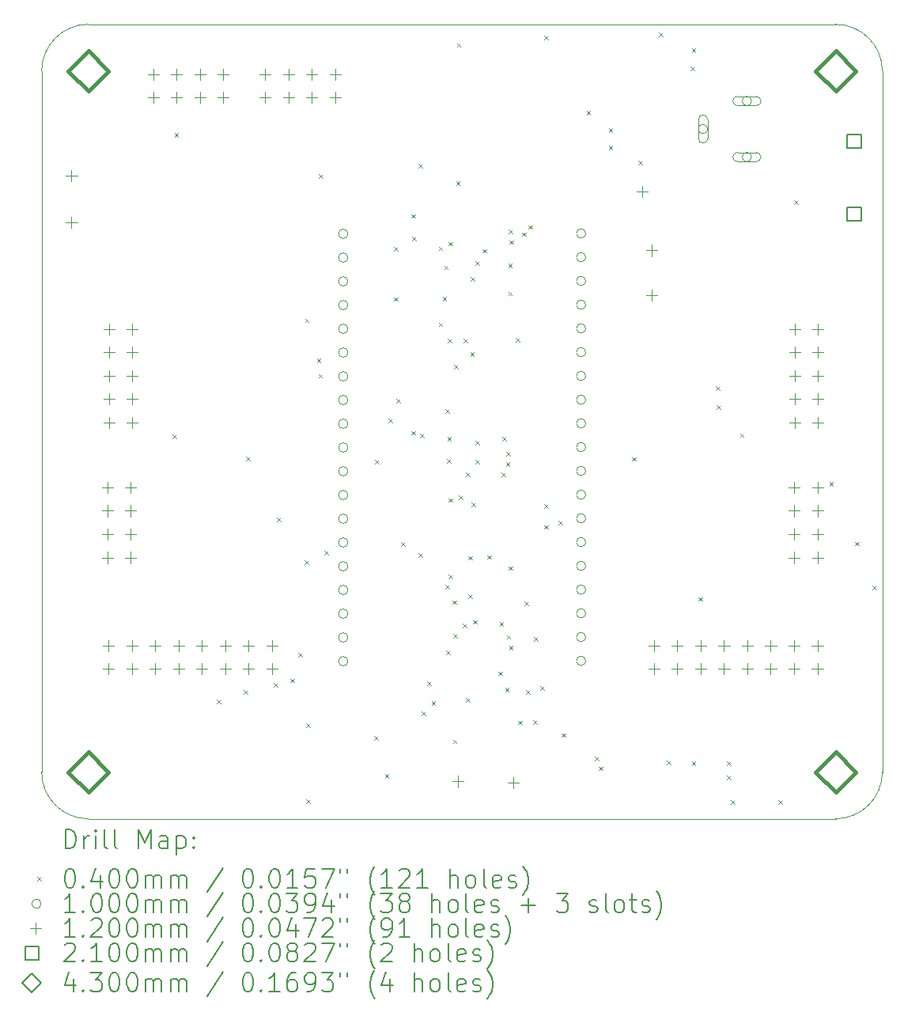
<source format=gbr>
%TF.GenerationSoftware,KiCad,Pcbnew,8.0.1-rc1*%
%TF.CreationDate,2024-04-06T08:29:02-04:00*%
%TF.ProjectId,ESP32_CHUNGUS_RAPIDUS,45535033-325f-4434-9855-4e4755535f52,rev?*%
%TF.SameCoordinates,Original*%
%TF.FileFunction,Drillmap*%
%TF.FilePolarity,Positive*%
%FSLAX45Y45*%
G04 Gerber Fmt 4.5, Leading zero omitted, Abs format (unit mm)*
G04 Created by KiCad (PCBNEW 8.0.1-rc1) date 2024-04-06 08:29:02*
%MOMM*%
%LPD*%
G01*
G04 APERTURE LIST*
%ADD10C,0.100000*%
%ADD11C,0.200000*%
%ADD12C,0.120000*%
%ADD13C,0.210000*%
%ADD14C,0.430000*%
G04 APERTURE END LIST*
D10*
X4010000Y-10270000D02*
G75*
G02*
X3510000Y-9770000I0J500000D01*
G01*
X3510000Y-2270000D02*
X3510000Y-9770000D01*
X8010000Y-1770000D02*
X12010000Y-1770000D01*
X12510000Y-9770000D02*
G75*
G02*
X12010000Y-10270000I-500000J0D01*
G01*
X12010000Y-1770000D02*
G75*
G02*
X12510000Y-2270000I0J-500000D01*
G01*
X12510000Y-2270000D02*
X12510000Y-9770000D01*
X8010000Y-1770000D02*
X4010000Y-1770000D01*
X12010000Y-10270000D02*
X4010000Y-10270000D01*
X3510000Y-2270000D02*
G75*
G02*
X4010000Y-1770000I500000J0D01*
G01*
D11*
D10*
X4908860Y-6158850D02*
X4948860Y-6198850D01*
X4948860Y-6158850D02*
X4908860Y-6198850D01*
X4932000Y-2935900D02*
X4972000Y-2975900D01*
X4972000Y-2935900D02*
X4932000Y-2975900D01*
X5386670Y-8997770D02*
X5426670Y-9037770D01*
X5426670Y-8997770D02*
X5386670Y-9037770D01*
X5671460Y-8893790D02*
X5711460Y-8933790D01*
X5711460Y-8893790D02*
X5671460Y-8933790D01*
X5700080Y-6398740D02*
X5740080Y-6438740D01*
X5740080Y-6398740D02*
X5700080Y-6438740D01*
X5998090Y-8817220D02*
X6038090Y-8857220D01*
X6038090Y-8817220D02*
X5998090Y-8857220D01*
X6029170Y-7046520D02*
X6069170Y-7086520D01*
X6069170Y-7046520D02*
X6029170Y-7086520D01*
X6171400Y-8771350D02*
X6211400Y-8811350D01*
X6211400Y-8771350D02*
X6171400Y-8811350D01*
X6257970Y-8495330D02*
X6297970Y-8535330D01*
X6297970Y-8495330D02*
X6257970Y-8535330D01*
X6324990Y-7505410D02*
X6364990Y-7545410D01*
X6364990Y-7505410D02*
X6324990Y-7545410D01*
X6330660Y-4919930D02*
X6370660Y-4959930D01*
X6370660Y-4919930D02*
X6330660Y-4959930D01*
X6340130Y-9247060D02*
X6380130Y-9287060D01*
X6380130Y-9247060D02*
X6340130Y-9287060D01*
X6340130Y-10060860D02*
X6380130Y-10100860D01*
X6380130Y-10060860D02*
X6340130Y-10100860D01*
X6457580Y-5346310D02*
X6497580Y-5386310D01*
X6497580Y-5346310D02*
X6457580Y-5386310D01*
X6472780Y-5510950D02*
X6512780Y-5550950D01*
X6512780Y-5510950D02*
X6472780Y-5550950D01*
X6475000Y-3375900D02*
X6515000Y-3415900D01*
X6515000Y-3375900D02*
X6475000Y-3415900D01*
X6539170Y-7401580D02*
X6579170Y-7441580D01*
X6579170Y-7401580D02*
X6539170Y-7441580D01*
X7068170Y-9385200D02*
X7108170Y-9425200D01*
X7108170Y-9385200D02*
X7068170Y-9425200D01*
X7078720Y-6429840D02*
X7118720Y-6469840D01*
X7118720Y-6429840D02*
X7078720Y-6469840D01*
X7183560Y-9793660D02*
X7223560Y-9833660D01*
X7223560Y-9793660D02*
X7183560Y-9833660D01*
X7221770Y-5988320D02*
X7261770Y-6028320D01*
X7261770Y-5988320D02*
X7221770Y-6028320D01*
X7280000Y-4150000D02*
X7320000Y-4190000D01*
X7320000Y-4150000D02*
X7280000Y-4190000D01*
X7280000Y-4690000D02*
X7320000Y-4730000D01*
X7320000Y-4690000D02*
X7280000Y-4730000D01*
X7309260Y-5780480D02*
X7349260Y-5820480D01*
X7349260Y-5780480D02*
X7309260Y-5820480D01*
X7357090Y-7313200D02*
X7397090Y-7353200D01*
X7397090Y-7313200D02*
X7357090Y-7353200D01*
X7465410Y-6120350D02*
X7505410Y-6160350D01*
X7505410Y-6120350D02*
X7465410Y-6160350D01*
X7471180Y-3801150D02*
X7511180Y-3841150D01*
X7511180Y-3801150D02*
X7471180Y-3841150D01*
X7476010Y-4041620D02*
X7516010Y-4081620D01*
X7516010Y-4041620D02*
X7476010Y-4081620D01*
X7541570Y-3265030D02*
X7581570Y-3305030D01*
X7581570Y-3265030D02*
X7541570Y-3305030D01*
X7543000Y-7427900D02*
X7583000Y-7467900D01*
X7583000Y-7427900D02*
X7543000Y-7467900D01*
X7562890Y-6151900D02*
X7602890Y-6191900D01*
X7602890Y-6151900D02*
X7562890Y-6191900D01*
X7576000Y-9121900D02*
X7616000Y-9161900D01*
X7616000Y-9121900D02*
X7576000Y-9161900D01*
X7639000Y-8802900D02*
X7679000Y-8842900D01*
X7679000Y-8802900D02*
X7639000Y-8842900D01*
X7685000Y-9011900D02*
X7725000Y-9051900D01*
X7725000Y-9011900D02*
X7685000Y-9051900D01*
X7759750Y-4960370D02*
X7799750Y-5000370D01*
X7799750Y-4960370D02*
X7759750Y-5000370D01*
X7760070Y-4149210D02*
X7800070Y-4189210D01*
X7800070Y-4149210D02*
X7760070Y-4189210D01*
X7803550Y-4686560D02*
X7843550Y-4726560D01*
X7843550Y-4686560D02*
X7803550Y-4726560D01*
X7820680Y-4350810D02*
X7860680Y-4390810D01*
X7860680Y-4350810D02*
X7820680Y-4390810D01*
X7831440Y-5888860D02*
X7871440Y-5928860D01*
X7871440Y-5888860D02*
X7831440Y-5928860D01*
X7834080Y-7769330D02*
X7874080Y-7809330D01*
X7874080Y-7769330D02*
X7834080Y-7809330D01*
X7839460Y-8471540D02*
X7879460Y-8511540D01*
X7879460Y-8471540D02*
X7839460Y-8511540D01*
X7851560Y-6421390D02*
X7891560Y-6461390D01*
X7891560Y-6421390D02*
X7851560Y-6461390D01*
X7852400Y-6185960D02*
X7892400Y-6225960D01*
X7892400Y-6185960D02*
X7852400Y-6225960D01*
X7855950Y-5134660D02*
X7895950Y-5174660D01*
X7895950Y-5134660D02*
X7855950Y-5174660D01*
X7863560Y-4097120D02*
X7903560Y-4137120D01*
X7903560Y-4097120D02*
X7863560Y-4137120D01*
X7866420Y-6840480D02*
X7906420Y-6880480D01*
X7906420Y-6840480D02*
X7866420Y-6880480D01*
X7868690Y-7658670D02*
X7908690Y-7698670D01*
X7908690Y-7658670D02*
X7868690Y-7698670D01*
X7905540Y-7932390D02*
X7945540Y-7972390D01*
X7945540Y-7932390D02*
X7905540Y-7972390D01*
X7913000Y-9423000D02*
X7953000Y-9463000D01*
X7953000Y-9423000D02*
X7913000Y-9463000D01*
X7915580Y-8291070D02*
X7955580Y-8331070D01*
X7955580Y-8291070D02*
X7915580Y-8331070D01*
X7926000Y-5415000D02*
X7966000Y-5455000D01*
X7966000Y-5415000D02*
X7926000Y-5455000D01*
X7947440Y-3447430D02*
X7987440Y-3487430D01*
X7987440Y-3447430D02*
X7947440Y-3487430D01*
X7956000Y-1971900D02*
X7996000Y-2011900D01*
X7996000Y-1971900D02*
X7956000Y-2011900D01*
X7978850Y-6809410D02*
X8018850Y-6849410D01*
X8018850Y-6809410D02*
X7978850Y-6849410D01*
X8020030Y-8184800D02*
X8060030Y-8224800D01*
X8060030Y-8184800D02*
X8020030Y-8224800D01*
X8028000Y-5135900D02*
X8068000Y-5175900D01*
X8068000Y-5135900D02*
X8028000Y-5175900D01*
X8054720Y-8979800D02*
X8094720Y-9019800D01*
X8094720Y-8979800D02*
X8054720Y-9019800D01*
X8055500Y-6568690D02*
X8095500Y-6608690D01*
X8095500Y-6568690D02*
X8055500Y-6608690D01*
X8077550Y-7867530D02*
X8117550Y-7907530D01*
X8117550Y-7867530D02*
X8077550Y-7907530D01*
X8080000Y-7460000D02*
X8120000Y-7500000D01*
X8120000Y-7460000D02*
X8080000Y-7500000D01*
X8100170Y-5277560D02*
X8140170Y-5317560D01*
X8140170Y-5277560D02*
X8100170Y-5317560D01*
X8103840Y-4476900D02*
X8143840Y-4516900D01*
X8143840Y-4476900D02*
X8103840Y-4516900D01*
X8113810Y-6890270D02*
X8153810Y-6930270D01*
X8153810Y-6890270D02*
X8113810Y-6930270D01*
X8129900Y-8143590D02*
X8169900Y-8183590D01*
X8169900Y-8143590D02*
X8129900Y-8183590D01*
X8152170Y-6430390D02*
X8192170Y-6470390D01*
X8192170Y-6430390D02*
X8152170Y-6470390D01*
X8152240Y-4302000D02*
X8192240Y-4342000D01*
X8192240Y-4302000D02*
X8152240Y-4342000D01*
X8153920Y-6225870D02*
X8193920Y-6265870D01*
X8193920Y-6225870D02*
X8153920Y-6265870D01*
X8231080Y-4174900D02*
X8271080Y-4214900D01*
X8271080Y-4174900D02*
X8231080Y-4214900D01*
X8280000Y-7450000D02*
X8320000Y-7490000D01*
X8320000Y-7450000D02*
X8280000Y-7490000D01*
X8400000Y-8694900D02*
X8440000Y-8734900D01*
X8440000Y-8694900D02*
X8400000Y-8734900D01*
X8412350Y-8163830D02*
X8452350Y-8203830D01*
X8452350Y-8163830D02*
X8412350Y-8203830D01*
X8433030Y-6567460D02*
X8473030Y-6607460D01*
X8473030Y-6567460D02*
X8433030Y-6607460D01*
X8443830Y-6183490D02*
X8483830Y-6223490D01*
X8483830Y-6183490D02*
X8443830Y-6223490D01*
X8472000Y-8866000D02*
X8512000Y-8906000D01*
X8512000Y-8866000D02*
X8472000Y-8906000D01*
X8480140Y-6453490D02*
X8520140Y-6493490D01*
X8520140Y-6453490D02*
X8480140Y-6493490D01*
X8483910Y-6347260D02*
X8523910Y-6387260D01*
X8523910Y-6347260D02*
X8483910Y-6387260D01*
X8489230Y-8305300D02*
X8529230Y-8345300D01*
X8529230Y-8305300D02*
X8489230Y-8345300D01*
X8504970Y-4630480D02*
X8544970Y-4670480D01*
X8544970Y-4630480D02*
X8504970Y-4670480D01*
X8506430Y-4327780D02*
X8546430Y-4367780D01*
X8546430Y-4327780D02*
X8506430Y-4367780D01*
X8508810Y-7569320D02*
X8548810Y-7609320D01*
X8548810Y-7569320D02*
X8508810Y-7609320D01*
X8509710Y-3967710D02*
X8549710Y-4007710D01*
X8549710Y-3967710D02*
X8509710Y-4007710D01*
X8514830Y-8420010D02*
X8554830Y-8460010D01*
X8554830Y-8420010D02*
X8514830Y-8460010D01*
X8521000Y-4080100D02*
X8561000Y-4120100D01*
X8561000Y-4080100D02*
X8521000Y-4120100D01*
X8587350Y-5125670D02*
X8627350Y-5165670D01*
X8627350Y-5125670D02*
X8587350Y-5165670D01*
X8610660Y-9219340D02*
X8650660Y-9259340D01*
X8650660Y-9219340D02*
X8610660Y-9259340D01*
X8656570Y-3995180D02*
X8696570Y-4035180D01*
X8696570Y-3995180D02*
X8656570Y-4035180D01*
X8678000Y-7943000D02*
X8718000Y-7983000D01*
X8718000Y-7943000D02*
X8678000Y-7983000D01*
X8696000Y-8893000D02*
X8736000Y-8933000D01*
X8736000Y-8893000D02*
X8696000Y-8933000D01*
X8724270Y-3920450D02*
X8764270Y-3960450D01*
X8764270Y-3920450D02*
X8724270Y-3960450D01*
X8770270Y-9218160D02*
X8810270Y-9258160D01*
X8810270Y-9218160D02*
X8770270Y-9258160D01*
X8780350Y-8329650D02*
X8820350Y-8369650D01*
X8820350Y-8329650D02*
X8780350Y-8369650D01*
X8847310Y-8851270D02*
X8887310Y-8891270D01*
X8887310Y-8851270D02*
X8847310Y-8891270D01*
X8889350Y-6903810D02*
X8929350Y-6943810D01*
X8929350Y-6903810D02*
X8889350Y-6943810D01*
X8889350Y-7128070D02*
X8929350Y-7168070D01*
X8929350Y-7128070D02*
X8889350Y-7168070D01*
X8891250Y-1890220D02*
X8931250Y-1930220D01*
X8931250Y-1890220D02*
X8891250Y-1930220D01*
X9043420Y-7083570D02*
X9083420Y-7123570D01*
X9083420Y-7083570D02*
X9043420Y-7123570D01*
X9078780Y-9355130D02*
X9118780Y-9395130D01*
X9118780Y-9355130D02*
X9078780Y-9395130D01*
X9343000Y-2694000D02*
X9383000Y-2734000D01*
X9383000Y-2694000D02*
X9343000Y-2734000D01*
X9432180Y-9605310D02*
X9472180Y-9645310D01*
X9472180Y-9605310D02*
X9432180Y-9645310D01*
X9475500Y-9711120D02*
X9515500Y-9751120D01*
X9515500Y-9711120D02*
X9475500Y-9751120D01*
X9580000Y-2880000D02*
X9620000Y-2920000D01*
X9620000Y-2880000D02*
X9580000Y-2920000D01*
X9580000Y-3070000D02*
X9620000Y-3110000D01*
X9620000Y-3070000D02*
X9580000Y-3110000D01*
X9827980Y-6401000D02*
X9867980Y-6441000D01*
X9867980Y-6401000D02*
X9827980Y-6441000D01*
X9900000Y-3230000D02*
X9940000Y-3270000D01*
X9940000Y-3230000D02*
X9900000Y-3270000D01*
X10120000Y-1860000D02*
X10160000Y-1900000D01*
X10160000Y-1860000D02*
X10120000Y-1900000D01*
X10203980Y-9644830D02*
X10243980Y-9684830D01*
X10243980Y-9644830D02*
X10203980Y-9684830D01*
X10460000Y-2220000D02*
X10500000Y-2260000D01*
X10500000Y-2220000D02*
X10460000Y-2260000D01*
X10470000Y-2030000D02*
X10510000Y-2070000D01*
X10510000Y-2030000D02*
X10470000Y-2070000D01*
X10470170Y-9658400D02*
X10510170Y-9698400D01*
X10510170Y-9658400D02*
X10470170Y-9698400D01*
X10544230Y-7900000D02*
X10584230Y-7940000D01*
X10584230Y-7900000D02*
X10544230Y-7940000D01*
X10725190Y-5644880D02*
X10765190Y-5684880D01*
X10765190Y-5644880D02*
X10725190Y-5684880D01*
X10738150Y-5845220D02*
X10778150Y-5885220D01*
X10778150Y-5845220D02*
X10738150Y-5885220D01*
X10845260Y-9657900D02*
X10885260Y-9697900D01*
X10885260Y-9657900D02*
X10845260Y-9697900D01*
X10845260Y-9808840D02*
X10885260Y-9848840D01*
X10885260Y-9808840D02*
X10845260Y-9848840D01*
X10888450Y-10069900D02*
X10928450Y-10109900D01*
X10928450Y-10069900D02*
X10888450Y-10109900D01*
X10986740Y-6147000D02*
X11026740Y-6187000D01*
X11026740Y-6147000D02*
X10986740Y-6187000D01*
X11398000Y-10069900D02*
X11438000Y-10109900D01*
X11438000Y-10069900D02*
X11398000Y-10109900D01*
X11564000Y-3655000D02*
X11604000Y-3695000D01*
X11604000Y-3655000D02*
X11564000Y-3695000D01*
X11941800Y-6669630D02*
X11981800Y-6709630D01*
X11981800Y-6669630D02*
X11941800Y-6709630D01*
X12215120Y-7305880D02*
X12255120Y-7345880D01*
X12255120Y-7305880D02*
X12215120Y-7345880D01*
X12407270Y-7775900D02*
X12447270Y-7815900D01*
X12447270Y-7775900D02*
X12407270Y-7815900D01*
X6789000Y-4011000D02*
G75*
G02*
X6689000Y-4011000I-50000J0D01*
G01*
X6689000Y-4011000D02*
G75*
G02*
X6789000Y-4011000I50000J0D01*
G01*
X6789000Y-4265000D02*
G75*
G02*
X6689000Y-4265000I-50000J0D01*
G01*
X6689000Y-4265000D02*
G75*
G02*
X6789000Y-4265000I50000J0D01*
G01*
X6789000Y-4519000D02*
G75*
G02*
X6689000Y-4519000I-50000J0D01*
G01*
X6689000Y-4519000D02*
G75*
G02*
X6789000Y-4519000I50000J0D01*
G01*
X6789000Y-4773000D02*
G75*
G02*
X6689000Y-4773000I-50000J0D01*
G01*
X6689000Y-4773000D02*
G75*
G02*
X6789000Y-4773000I50000J0D01*
G01*
X6789000Y-5027000D02*
G75*
G02*
X6689000Y-5027000I-50000J0D01*
G01*
X6689000Y-5027000D02*
G75*
G02*
X6789000Y-5027000I50000J0D01*
G01*
X6789000Y-5281000D02*
G75*
G02*
X6689000Y-5281000I-50000J0D01*
G01*
X6689000Y-5281000D02*
G75*
G02*
X6789000Y-5281000I50000J0D01*
G01*
X6789000Y-5535000D02*
G75*
G02*
X6689000Y-5535000I-50000J0D01*
G01*
X6689000Y-5535000D02*
G75*
G02*
X6789000Y-5535000I50000J0D01*
G01*
X6789000Y-5789000D02*
G75*
G02*
X6689000Y-5789000I-50000J0D01*
G01*
X6689000Y-5789000D02*
G75*
G02*
X6789000Y-5789000I50000J0D01*
G01*
X6789000Y-6043000D02*
G75*
G02*
X6689000Y-6043000I-50000J0D01*
G01*
X6689000Y-6043000D02*
G75*
G02*
X6789000Y-6043000I50000J0D01*
G01*
X6789000Y-6297000D02*
G75*
G02*
X6689000Y-6297000I-50000J0D01*
G01*
X6689000Y-6297000D02*
G75*
G02*
X6789000Y-6297000I50000J0D01*
G01*
X6789000Y-6551000D02*
G75*
G02*
X6689000Y-6551000I-50000J0D01*
G01*
X6689000Y-6551000D02*
G75*
G02*
X6789000Y-6551000I50000J0D01*
G01*
X6789000Y-6805000D02*
G75*
G02*
X6689000Y-6805000I-50000J0D01*
G01*
X6689000Y-6805000D02*
G75*
G02*
X6789000Y-6805000I50000J0D01*
G01*
X6789000Y-7059000D02*
G75*
G02*
X6689000Y-7059000I-50000J0D01*
G01*
X6689000Y-7059000D02*
G75*
G02*
X6789000Y-7059000I50000J0D01*
G01*
X6789000Y-7313000D02*
G75*
G02*
X6689000Y-7313000I-50000J0D01*
G01*
X6689000Y-7313000D02*
G75*
G02*
X6789000Y-7313000I50000J0D01*
G01*
X6789000Y-7567000D02*
G75*
G02*
X6689000Y-7567000I-50000J0D01*
G01*
X6689000Y-7567000D02*
G75*
G02*
X6789000Y-7567000I50000J0D01*
G01*
X6789000Y-7821000D02*
G75*
G02*
X6689000Y-7821000I-50000J0D01*
G01*
X6689000Y-7821000D02*
G75*
G02*
X6789000Y-7821000I50000J0D01*
G01*
X6789000Y-8075000D02*
G75*
G02*
X6689000Y-8075000I-50000J0D01*
G01*
X6689000Y-8075000D02*
G75*
G02*
X6789000Y-8075000I50000J0D01*
G01*
X6789000Y-8329000D02*
G75*
G02*
X6689000Y-8329000I-50000J0D01*
G01*
X6689000Y-8329000D02*
G75*
G02*
X6789000Y-8329000I50000J0D01*
G01*
X6789000Y-8583000D02*
G75*
G02*
X6689000Y-8583000I-50000J0D01*
G01*
X6689000Y-8583000D02*
G75*
G02*
X6789000Y-8583000I50000J0D01*
G01*
X9335000Y-4008000D02*
G75*
G02*
X9235000Y-4008000I-50000J0D01*
G01*
X9235000Y-4008000D02*
G75*
G02*
X9335000Y-4008000I50000J0D01*
G01*
X9335000Y-4262000D02*
G75*
G02*
X9235000Y-4262000I-50000J0D01*
G01*
X9235000Y-4262000D02*
G75*
G02*
X9335000Y-4262000I50000J0D01*
G01*
X9335000Y-4516000D02*
G75*
G02*
X9235000Y-4516000I-50000J0D01*
G01*
X9235000Y-4516000D02*
G75*
G02*
X9335000Y-4516000I50000J0D01*
G01*
X9335000Y-4770000D02*
G75*
G02*
X9235000Y-4770000I-50000J0D01*
G01*
X9235000Y-4770000D02*
G75*
G02*
X9335000Y-4770000I50000J0D01*
G01*
X9335000Y-5024000D02*
G75*
G02*
X9235000Y-5024000I-50000J0D01*
G01*
X9235000Y-5024000D02*
G75*
G02*
X9335000Y-5024000I50000J0D01*
G01*
X9335000Y-5278000D02*
G75*
G02*
X9235000Y-5278000I-50000J0D01*
G01*
X9235000Y-5278000D02*
G75*
G02*
X9335000Y-5278000I50000J0D01*
G01*
X9335000Y-5532000D02*
G75*
G02*
X9235000Y-5532000I-50000J0D01*
G01*
X9235000Y-5532000D02*
G75*
G02*
X9335000Y-5532000I50000J0D01*
G01*
X9335000Y-5786000D02*
G75*
G02*
X9235000Y-5786000I-50000J0D01*
G01*
X9235000Y-5786000D02*
G75*
G02*
X9335000Y-5786000I50000J0D01*
G01*
X9335000Y-6040000D02*
G75*
G02*
X9235000Y-6040000I-50000J0D01*
G01*
X9235000Y-6040000D02*
G75*
G02*
X9335000Y-6040000I50000J0D01*
G01*
X9335000Y-6294000D02*
G75*
G02*
X9235000Y-6294000I-50000J0D01*
G01*
X9235000Y-6294000D02*
G75*
G02*
X9335000Y-6294000I50000J0D01*
G01*
X9335000Y-6548000D02*
G75*
G02*
X9235000Y-6548000I-50000J0D01*
G01*
X9235000Y-6548000D02*
G75*
G02*
X9335000Y-6548000I50000J0D01*
G01*
X9335000Y-6802000D02*
G75*
G02*
X9235000Y-6802000I-50000J0D01*
G01*
X9235000Y-6802000D02*
G75*
G02*
X9335000Y-6802000I50000J0D01*
G01*
X9335000Y-7056000D02*
G75*
G02*
X9235000Y-7056000I-50000J0D01*
G01*
X9235000Y-7056000D02*
G75*
G02*
X9335000Y-7056000I50000J0D01*
G01*
X9335000Y-7310000D02*
G75*
G02*
X9235000Y-7310000I-50000J0D01*
G01*
X9235000Y-7310000D02*
G75*
G02*
X9335000Y-7310000I50000J0D01*
G01*
X9335000Y-7564000D02*
G75*
G02*
X9235000Y-7564000I-50000J0D01*
G01*
X9235000Y-7564000D02*
G75*
G02*
X9335000Y-7564000I50000J0D01*
G01*
X9335000Y-7818000D02*
G75*
G02*
X9235000Y-7818000I-50000J0D01*
G01*
X9235000Y-7818000D02*
G75*
G02*
X9335000Y-7818000I50000J0D01*
G01*
X9335000Y-8072000D02*
G75*
G02*
X9235000Y-8072000I-50000J0D01*
G01*
X9235000Y-8072000D02*
G75*
G02*
X9335000Y-8072000I50000J0D01*
G01*
X9335000Y-8326000D02*
G75*
G02*
X9235000Y-8326000I-50000J0D01*
G01*
X9235000Y-8326000D02*
G75*
G02*
X9335000Y-8326000I50000J0D01*
G01*
X9335000Y-8580000D02*
G75*
G02*
X9235000Y-8580000I-50000J0D01*
G01*
X9235000Y-8580000D02*
G75*
G02*
X9335000Y-8580000I50000J0D01*
G01*
X10640000Y-2890000D02*
G75*
G02*
X10540000Y-2890000I-50000J0D01*
G01*
X10540000Y-2890000D02*
G75*
G02*
X10640000Y-2890000I50000J0D01*
G01*
X10540000Y-2790000D02*
X10540000Y-2990000D01*
X10640000Y-2990000D02*
G75*
G02*
X10540000Y-2990000I-50000J0D01*
G01*
X10640000Y-2990000D02*
X10640000Y-2790000D01*
X10640000Y-2790000D02*
G75*
G03*
X10540000Y-2790000I-50000J0D01*
G01*
X11110000Y-2590000D02*
G75*
G02*
X11010000Y-2590000I-50000J0D01*
G01*
X11010000Y-2590000D02*
G75*
G02*
X11110000Y-2590000I50000J0D01*
G01*
X11160000Y-2540000D02*
X10960000Y-2540000D01*
X10960000Y-2640000D02*
G75*
G02*
X10960000Y-2540000I0J50000D01*
G01*
X10960000Y-2640000D02*
X11160000Y-2640000D01*
X11160000Y-2640000D02*
G75*
G03*
X11160000Y-2540000I0J50000D01*
G01*
X11110000Y-3190000D02*
G75*
G02*
X11010000Y-3190000I-50000J0D01*
G01*
X11010000Y-3190000D02*
G75*
G02*
X11110000Y-3190000I50000J0D01*
G01*
X11160000Y-3140000D02*
X10960000Y-3140000D01*
X10960000Y-3240000D02*
G75*
G02*
X10960000Y-3140000I0J50000D01*
G01*
X10960000Y-3240000D02*
X11160000Y-3240000D01*
X11160000Y-3240000D02*
G75*
G03*
X11160000Y-3140000I0J50000D01*
G01*
D12*
X3830000Y-3330000D02*
X3830000Y-3450000D01*
X3770000Y-3390000D02*
X3890000Y-3390000D01*
X3830000Y-3830000D02*
X3830000Y-3950000D01*
X3770000Y-3890000D02*
X3890000Y-3890000D01*
X4214000Y-6665000D02*
X4214000Y-6785000D01*
X4154000Y-6725000D02*
X4274000Y-6725000D01*
X4214000Y-6915000D02*
X4214000Y-7035000D01*
X4154000Y-6975000D02*
X4274000Y-6975000D01*
X4214000Y-7165000D02*
X4214000Y-7285000D01*
X4154000Y-7225000D02*
X4274000Y-7225000D01*
X4214000Y-7415000D02*
X4214000Y-7535000D01*
X4154000Y-7475000D02*
X4274000Y-7475000D01*
X4225000Y-8356000D02*
X4225000Y-8476000D01*
X4165000Y-8416000D02*
X4285000Y-8416000D01*
X4225000Y-8606000D02*
X4225000Y-8726000D01*
X4165000Y-8666000D02*
X4285000Y-8666000D01*
X4230000Y-4970000D02*
X4230000Y-5090000D01*
X4170000Y-5030000D02*
X4290000Y-5030000D01*
X4230000Y-5220000D02*
X4230000Y-5340000D01*
X4170000Y-5280000D02*
X4290000Y-5280000D01*
X4230000Y-5470000D02*
X4230000Y-5590000D01*
X4170000Y-5530000D02*
X4290000Y-5530000D01*
X4230000Y-5720000D02*
X4230000Y-5840000D01*
X4170000Y-5780000D02*
X4290000Y-5780000D01*
X4230000Y-5970000D02*
X4230000Y-6090000D01*
X4170000Y-6030000D02*
X4290000Y-6030000D01*
X4464000Y-6665000D02*
X4464000Y-6785000D01*
X4404000Y-6725000D02*
X4524000Y-6725000D01*
X4464000Y-6915000D02*
X4464000Y-7035000D01*
X4404000Y-6975000D02*
X4524000Y-6975000D01*
X4464000Y-7165000D02*
X4464000Y-7285000D01*
X4404000Y-7225000D02*
X4524000Y-7225000D01*
X4464000Y-7415000D02*
X4464000Y-7535000D01*
X4404000Y-7475000D02*
X4524000Y-7475000D01*
X4475000Y-8356000D02*
X4475000Y-8476000D01*
X4415000Y-8416000D02*
X4535000Y-8416000D01*
X4475000Y-8606000D02*
X4475000Y-8726000D01*
X4415000Y-8666000D02*
X4535000Y-8666000D01*
X4480000Y-4970000D02*
X4480000Y-5090000D01*
X4420000Y-5030000D02*
X4540000Y-5030000D01*
X4480000Y-5220000D02*
X4480000Y-5340000D01*
X4420000Y-5280000D02*
X4540000Y-5280000D01*
X4480000Y-5470000D02*
X4480000Y-5590000D01*
X4420000Y-5530000D02*
X4540000Y-5530000D01*
X4480000Y-5720000D02*
X4480000Y-5840000D01*
X4420000Y-5780000D02*
X4540000Y-5780000D01*
X4480000Y-5970000D02*
X4480000Y-6090000D01*
X4420000Y-6030000D02*
X4540000Y-6030000D01*
X4705000Y-2244000D02*
X4705000Y-2364000D01*
X4645000Y-2304000D02*
X4765000Y-2304000D01*
X4705000Y-2494000D02*
X4705000Y-2614000D01*
X4645000Y-2554000D02*
X4765000Y-2554000D01*
X4725000Y-8356000D02*
X4725000Y-8476000D01*
X4665000Y-8416000D02*
X4785000Y-8416000D01*
X4725000Y-8606000D02*
X4725000Y-8726000D01*
X4665000Y-8666000D02*
X4785000Y-8666000D01*
X4955000Y-2244000D02*
X4955000Y-2364000D01*
X4895000Y-2304000D02*
X5015000Y-2304000D01*
X4955000Y-2494000D02*
X4955000Y-2614000D01*
X4895000Y-2554000D02*
X5015000Y-2554000D01*
X4975000Y-8356000D02*
X4975000Y-8476000D01*
X4915000Y-8416000D02*
X5035000Y-8416000D01*
X4975000Y-8606000D02*
X4975000Y-8726000D01*
X4915000Y-8666000D02*
X5035000Y-8666000D01*
X5205000Y-2244000D02*
X5205000Y-2364000D01*
X5145000Y-2304000D02*
X5265000Y-2304000D01*
X5205000Y-2494000D02*
X5205000Y-2614000D01*
X5145000Y-2554000D02*
X5265000Y-2554000D01*
X5225000Y-8356000D02*
X5225000Y-8476000D01*
X5165000Y-8416000D02*
X5285000Y-8416000D01*
X5225000Y-8606000D02*
X5225000Y-8726000D01*
X5165000Y-8666000D02*
X5285000Y-8666000D01*
X5455000Y-2244000D02*
X5455000Y-2364000D01*
X5395000Y-2304000D02*
X5515000Y-2304000D01*
X5455000Y-2494000D02*
X5455000Y-2614000D01*
X5395000Y-2554000D02*
X5515000Y-2554000D01*
X5475000Y-8356000D02*
X5475000Y-8476000D01*
X5415000Y-8416000D02*
X5535000Y-8416000D01*
X5475000Y-8606000D02*
X5475000Y-8726000D01*
X5415000Y-8666000D02*
X5535000Y-8666000D01*
X5725000Y-8356000D02*
X5725000Y-8476000D01*
X5665000Y-8416000D02*
X5785000Y-8416000D01*
X5725000Y-8606000D02*
X5725000Y-8726000D01*
X5665000Y-8666000D02*
X5785000Y-8666000D01*
X5902000Y-2243000D02*
X5902000Y-2363000D01*
X5842000Y-2303000D02*
X5962000Y-2303000D01*
X5902000Y-2493000D02*
X5902000Y-2613000D01*
X5842000Y-2553000D02*
X5962000Y-2553000D01*
X5975000Y-8356000D02*
X5975000Y-8476000D01*
X5915000Y-8416000D02*
X6035000Y-8416000D01*
X5975000Y-8606000D02*
X5975000Y-8726000D01*
X5915000Y-8666000D02*
X6035000Y-8666000D01*
X6152000Y-2243000D02*
X6152000Y-2363000D01*
X6092000Y-2303000D02*
X6212000Y-2303000D01*
X6152000Y-2493000D02*
X6152000Y-2613000D01*
X6092000Y-2553000D02*
X6212000Y-2553000D01*
X6402000Y-2243000D02*
X6402000Y-2363000D01*
X6342000Y-2303000D02*
X6462000Y-2303000D01*
X6402000Y-2493000D02*
X6402000Y-2613000D01*
X6342000Y-2553000D02*
X6462000Y-2553000D01*
X6652000Y-2243000D02*
X6652000Y-2363000D01*
X6592000Y-2303000D02*
X6712000Y-2303000D01*
X6652000Y-2493000D02*
X6652000Y-2613000D01*
X6592000Y-2553000D02*
X6712000Y-2553000D01*
X7970000Y-9810000D02*
X7970000Y-9930000D01*
X7910000Y-9870000D02*
X8030000Y-9870000D01*
X8560000Y-9820000D02*
X8560000Y-9940000D01*
X8500000Y-9880000D02*
X8620000Y-9880000D01*
X9940000Y-3498000D02*
X9940000Y-3618000D01*
X9880000Y-3558000D02*
X10000000Y-3558000D01*
X10041000Y-4129000D02*
X10041000Y-4249000D01*
X9981000Y-4189000D02*
X10101000Y-4189000D01*
X10043000Y-4606000D02*
X10043000Y-4726000D01*
X9983000Y-4666000D02*
X10103000Y-4666000D01*
X10065000Y-8356000D02*
X10065000Y-8476000D01*
X10005000Y-8416000D02*
X10125000Y-8416000D01*
X10065000Y-8606000D02*
X10065000Y-8726000D01*
X10005000Y-8666000D02*
X10125000Y-8666000D01*
X10315000Y-8356000D02*
X10315000Y-8476000D01*
X10255000Y-8416000D02*
X10375000Y-8416000D01*
X10315000Y-8606000D02*
X10315000Y-8726000D01*
X10255000Y-8666000D02*
X10375000Y-8666000D01*
X10565000Y-8356000D02*
X10565000Y-8476000D01*
X10505000Y-8416000D02*
X10625000Y-8416000D01*
X10565000Y-8606000D02*
X10565000Y-8726000D01*
X10505000Y-8666000D02*
X10625000Y-8666000D01*
X10815000Y-8356000D02*
X10815000Y-8476000D01*
X10755000Y-8416000D02*
X10875000Y-8416000D01*
X10815000Y-8606000D02*
X10815000Y-8726000D01*
X10755000Y-8666000D02*
X10875000Y-8666000D01*
X11065000Y-8356000D02*
X11065000Y-8476000D01*
X11005000Y-8416000D02*
X11125000Y-8416000D01*
X11065000Y-8606000D02*
X11065000Y-8726000D01*
X11005000Y-8666000D02*
X11125000Y-8666000D01*
X11315000Y-8356000D02*
X11315000Y-8476000D01*
X11255000Y-8416000D02*
X11375000Y-8416000D01*
X11315000Y-8606000D02*
X11315000Y-8726000D01*
X11255000Y-8666000D02*
X11375000Y-8666000D01*
X11565000Y-8356000D02*
X11565000Y-8476000D01*
X11505000Y-8416000D02*
X11625000Y-8416000D01*
X11565000Y-8606000D02*
X11565000Y-8726000D01*
X11505000Y-8666000D02*
X11625000Y-8666000D01*
X11566000Y-6665000D02*
X11566000Y-6785000D01*
X11506000Y-6725000D02*
X11626000Y-6725000D01*
X11566000Y-6915000D02*
X11566000Y-7035000D01*
X11506000Y-6975000D02*
X11626000Y-6975000D01*
X11566000Y-7165000D02*
X11566000Y-7285000D01*
X11506000Y-7225000D02*
X11626000Y-7225000D01*
X11566000Y-7415000D02*
X11566000Y-7535000D01*
X11506000Y-7475000D02*
X11626000Y-7475000D01*
X11570000Y-4970000D02*
X11570000Y-5090000D01*
X11510000Y-5030000D02*
X11630000Y-5030000D01*
X11570000Y-5220000D02*
X11570000Y-5340000D01*
X11510000Y-5280000D02*
X11630000Y-5280000D01*
X11570000Y-5470000D02*
X11570000Y-5590000D01*
X11510000Y-5530000D02*
X11630000Y-5530000D01*
X11570000Y-5720000D02*
X11570000Y-5840000D01*
X11510000Y-5780000D02*
X11630000Y-5780000D01*
X11570000Y-5970000D02*
X11570000Y-6090000D01*
X11510000Y-6030000D02*
X11630000Y-6030000D01*
X11815000Y-8356000D02*
X11815000Y-8476000D01*
X11755000Y-8416000D02*
X11875000Y-8416000D01*
X11815000Y-8606000D02*
X11815000Y-8726000D01*
X11755000Y-8666000D02*
X11875000Y-8666000D01*
X11816000Y-6665000D02*
X11816000Y-6785000D01*
X11756000Y-6725000D02*
X11876000Y-6725000D01*
X11816000Y-6915000D02*
X11816000Y-7035000D01*
X11756000Y-6975000D02*
X11876000Y-6975000D01*
X11816000Y-7165000D02*
X11816000Y-7285000D01*
X11756000Y-7225000D02*
X11876000Y-7225000D01*
X11816000Y-7415000D02*
X11816000Y-7535000D01*
X11756000Y-7475000D02*
X11876000Y-7475000D01*
X11820000Y-4970000D02*
X11820000Y-5090000D01*
X11760000Y-5030000D02*
X11880000Y-5030000D01*
X11820000Y-5220000D02*
X11820000Y-5340000D01*
X11760000Y-5280000D02*
X11880000Y-5280000D01*
X11820000Y-5470000D02*
X11820000Y-5590000D01*
X11760000Y-5530000D02*
X11880000Y-5530000D01*
X11820000Y-5720000D02*
X11820000Y-5840000D01*
X11760000Y-5780000D02*
X11880000Y-5780000D01*
X11820000Y-5970000D02*
X11820000Y-6090000D01*
X11760000Y-6030000D02*
X11880000Y-6030000D01*
D13*
X12284247Y-3094247D02*
X12284247Y-2945753D01*
X12135753Y-2945753D01*
X12135753Y-3094247D01*
X12284247Y-3094247D01*
X12284247Y-3874247D02*
X12284247Y-3725753D01*
X12135753Y-3725753D01*
X12135753Y-3874247D01*
X12284247Y-3874247D01*
D14*
X4010000Y-2485000D02*
X4225000Y-2270000D01*
X4010000Y-2055000D01*
X3795000Y-2270000D01*
X4010000Y-2485000D01*
X4010000Y-9985000D02*
X4225000Y-9770000D01*
X4010000Y-9555000D01*
X3795000Y-9770000D01*
X4010000Y-9985000D01*
X12010000Y-2485000D02*
X12225000Y-2270000D01*
X12010000Y-2055000D01*
X11795000Y-2270000D01*
X12010000Y-2485000D01*
X12010000Y-9985000D02*
X12225000Y-9770000D01*
X12010000Y-9555000D01*
X11795000Y-9770000D01*
X12010000Y-9985000D01*
D11*
X3765777Y-10586484D02*
X3765777Y-10386484D01*
X3765777Y-10386484D02*
X3813396Y-10386484D01*
X3813396Y-10386484D02*
X3841967Y-10396008D01*
X3841967Y-10396008D02*
X3861015Y-10415055D01*
X3861015Y-10415055D02*
X3870539Y-10434103D01*
X3870539Y-10434103D02*
X3880062Y-10472198D01*
X3880062Y-10472198D02*
X3880062Y-10500770D01*
X3880062Y-10500770D02*
X3870539Y-10538865D01*
X3870539Y-10538865D02*
X3861015Y-10557912D01*
X3861015Y-10557912D02*
X3841967Y-10576960D01*
X3841967Y-10576960D02*
X3813396Y-10586484D01*
X3813396Y-10586484D02*
X3765777Y-10586484D01*
X3965777Y-10586484D02*
X3965777Y-10453150D01*
X3965777Y-10491246D02*
X3975301Y-10472198D01*
X3975301Y-10472198D02*
X3984824Y-10462674D01*
X3984824Y-10462674D02*
X4003872Y-10453150D01*
X4003872Y-10453150D02*
X4022920Y-10453150D01*
X4089586Y-10586484D02*
X4089586Y-10453150D01*
X4089586Y-10386484D02*
X4080062Y-10396008D01*
X4080062Y-10396008D02*
X4089586Y-10405531D01*
X4089586Y-10405531D02*
X4099110Y-10396008D01*
X4099110Y-10396008D02*
X4089586Y-10386484D01*
X4089586Y-10386484D02*
X4089586Y-10405531D01*
X4213396Y-10586484D02*
X4194348Y-10576960D01*
X4194348Y-10576960D02*
X4184824Y-10557912D01*
X4184824Y-10557912D02*
X4184824Y-10386484D01*
X4318158Y-10586484D02*
X4299110Y-10576960D01*
X4299110Y-10576960D02*
X4289586Y-10557912D01*
X4289586Y-10557912D02*
X4289586Y-10386484D01*
X4546729Y-10586484D02*
X4546729Y-10386484D01*
X4546729Y-10386484D02*
X4613396Y-10529341D01*
X4613396Y-10529341D02*
X4680063Y-10386484D01*
X4680063Y-10386484D02*
X4680063Y-10586484D01*
X4861015Y-10586484D02*
X4861015Y-10481722D01*
X4861015Y-10481722D02*
X4851491Y-10462674D01*
X4851491Y-10462674D02*
X4832444Y-10453150D01*
X4832444Y-10453150D02*
X4794348Y-10453150D01*
X4794348Y-10453150D02*
X4775301Y-10462674D01*
X4861015Y-10576960D02*
X4841967Y-10586484D01*
X4841967Y-10586484D02*
X4794348Y-10586484D01*
X4794348Y-10586484D02*
X4775301Y-10576960D01*
X4775301Y-10576960D02*
X4765777Y-10557912D01*
X4765777Y-10557912D02*
X4765777Y-10538865D01*
X4765777Y-10538865D02*
X4775301Y-10519817D01*
X4775301Y-10519817D02*
X4794348Y-10510293D01*
X4794348Y-10510293D02*
X4841967Y-10510293D01*
X4841967Y-10510293D02*
X4861015Y-10500770D01*
X4956253Y-10453150D02*
X4956253Y-10653150D01*
X4956253Y-10462674D02*
X4975301Y-10453150D01*
X4975301Y-10453150D02*
X5013396Y-10453150D01*
X5013396Y-10453150D02*
X5032444Y-10462674D01*
X5032444Y-10462674D02*
X5041967Y-10472198D01*
X5041967Y-10472198D02*
X5051491Y-10491246D01*
X5051491Y-10491246D02*
X5051491Y-10548389D01*
X5051491Y-10548389D02*
X5041967Y-10567436D01*
X5041967Y-10567436D02*
X5032444Y-10576960D01*
X5032444Y-10576960D02*
X5013396Y-10586484D01*
X5013396Y-10586484D02*
X4975301Y-10586484D01*
X4975301Y-10586484D02*
X4956253Y-10576960D01*
X5137205Y-10567436D02*
X5146729Y-10576960D01*
X5146729Y-10576960D02*
X5137205Y-10586484D01*
X5137205Y-10586484D02*
X5127682Y-10576960D01*
X5127682Y-10576960D02*
X5137205Y-10567436D01*
X5137205Y-10567436D02*
X5137205Y-10586484D01*
X5137205Y-10462674D02*
X5146729Y-10472198D01*
X5146729Y-10472198D02*
X5137205Y-10481722D01*
X5137205Y-10481722D02*
X5127682Y-10472198D01*
X5127682Y-10472198D02*
X5137205Y-10462674D01*
X5137205Y-10462674D02*
X5137205Y-10481722D01*
D10*
X3465000Y-10895000D02*
X3505000Y-10935000D01*
X3505000Y-10895000D02*
X3465000Y-10935000D01*
D11*
X3803872Y-10806484D02*
X3822920Y-10806484D01*
X3822920Y-10806484D02*
X3841967Y-10816008D01*
X3841967Y-10816008D02*
X3851491Y-10825531D01*
X3851491Y-10825531D02*
X3861015Y-10844579D01*
X3861015Y-10844579D02*
X3870539Y-10882674D01*
X3870539Y-10882674D02*
X3870539Y-10930293D01*
X3870539Y-10930293D02*
X3861015Y-10968389D01*
X3861015Y-10968389D02*
X3851491Y-10987436D01*
X3851491Y-10987436D02*
X3841967Y-10996960D01*
X3841967Y-10996960D02*
X3822920Y-11006484D01*
X3822920Y-11006484D02*
X3803872Y-11006484D01*
X3803872Y-11006484D02*
X3784824Y-10996960D01*
X3784824Y-10996960D02*
X3775301Y-10987436D01*
X3775301Y-10987436D02*
X3765777Y-10968389D01*
X3765777Y-10968389D02*
X3756253Y-10930293D01*
X3756253Y-10930293D02*
X3756253Y-10882674D01*
X3756253Y-10882674D02*
X3765777Y-10844579D01*
X3765777Y-10844579D02*
X3775301Y-10825531D01*
X3775301Y-10825531D02*
X3784824Y-10816008D01*
X3784824Y-10816008D02*
X3803872Y-10806484D01*
X3956253Y-10987436D02*
X3965777Y-10996960D01*
X3965777Y-10996960D02*
X3956253Y-11006484D01*
X3956253Y-11006484D02*
X3946729Y-10996960D01*
X3946729Y-10996960D02*
X3956253Y-10987436D01*
X3956253Y-10987436D02*
X3956253Y-11006484D01*
X4137205Y-10873150D02*
X4137205Y-11006484D01*
X4089586Y-10796960D02*
X4041967Y-10939817D01*
X4041967Y-10939817D02*
X4165777Y-10939817D01*
X4280063Y-10806484D02*
X4299110Y-10806484D01*
X4299110Y-10806484D02*
X4318158Y-10816008D01*
X4318158Y-10816008D02*
X4327682Y-10825531D01*
X4327682Y-10825531D02*
X4337205Y-10844579D01*
X4337205Y-10844579D02*
X4346729Y-10882674D01*
X4346729Y-10882674D02*
X4346729Y-10930293D01*
X4346729Y-10930293D02*
X4337205Y-10968389D01*
X4337205Y-10968389D02*
X4327682Y-10987436D01*
X4327682Y-10987436D02*
X4318158Y-10996960D01*
X4318158Y-10996960D02*
X4299110Y-11006484D01*
X4299110Y-11006484D02*
X4280063Y-11006484D01*
X4280063Y-11006484D02*
X4261015Y-10996960D01*
X4261015Y-10996960D02*
X4251491Y-10987436D01*
X4251491Y-10987436D02*
X4241967Y-10968389D01*
X4241967Y-10968389D02*
X4232444Y-10930293D01*
X4232444Y-10930293D02*
X4232444Y-10882674D01*
X4232444Y-10882674D02*
X4241967Y-10844579D01*
X4241967Y-10844579D02*
X4251491Y-10825531D01*
X4251491Y-10825531D02*
X4261015Y-10816008D01*
X4261015Y-10816008D02*
X4280063Y-10806484D01*
X4470539Y-10806484D02*
X4489586Y-10806484D01*
X4489586Y-10806484D02*
X4508634Y-10816008D01*
X4508634Y-10816008D02*
X4518158Y-10825531D01*
X4518158Y-10825531D02*
X4527682Y-10844579D01*
X4527682Y-10844579D02*
X4537205Y-10882674D01*
X4537205Y-10882674D02*
X4537205Y-10930293D01*
X4537205Y-10930293D02*
X4527682Y-10968389D01*
X4527682Y-10968389D02*
X4518158Y-10987436D01*
X4518158Y-10987436D02*
X4508634Y-10996960D01*
X4508634Y-10996960D02*
X4489586Y-11006484D01*
X4489586Y-11006484D02*
X4470539Y-11006484D01*
X4470539Y-11006484D02*
X4451491Y-10996960D01*
X4451491Y-10996960D02*
X4441967Y-10987436D01*
X4441967Y-10987436D02*
X4432444Y-10968389D01*
X4432444Y-10968389D02*
X4422920Y-10930293D01*
X4422920Y-10930293D02*
X4422920Y-10882674D01*
X4422920Y-10882674D02*
X4432444Y-10844579D01*
X4432444Y-10844579D02*
X4441967Y-10825531D01*
X4441967Y-10825531D02*
X4451491Y-10816008D01*
X4451491Y-10816008D02*
X4470539Y-10806484D01*
X4622920Y-11006484D02*
X4622920Y-10873150D01*
X4622920Y-10892198D02*
X4632444Y-10882674D01*
X4632444Y-10882674D02*
X4651491Y-10873150D01*
X4651491Y-10873150D02*
X4680063Y-10873150D01*
X4680063Y-10873150D02*
X4699110Y-10882674D01*
X4699110Y-10882674D02*
X4708634Y-10901722D01*
X4708634Y-10901722D02*
X4708634Y-11006484D01*
X4708634Y-10901722D02*
X4718158Y-10882674D01*
X4718158Y-10882674D02*
X4737205Y-10873150D01*
X4737205Y-10873150D02*
X4765777Y-10873150D01*
X4765777Y-10873150D02*
X4784825Y-10882674D01*
X4784825Y-10882674D02*
X4794348Y-10901722D01*
X4794348Y-10901722D02*
X4794348Y-11006484D01*
X4889586Y-11006484D02*
X4889586Y-10873150D01*
X4889586Y-10892198D02*
X4899110Y-10882674D01*
X4899110Y-10882674D02*
X4918158Y-10873150D01*
X4918158Y-10873150D02*
X4946729Y-10873150D01*
X4946729Y-10873150D02*
X4965777Y-10882674D01*
X4965777Y-10882674D02*
X4975301Y-10901722D01*
X4975301Y-10901722D02*
X4975301Y-11006484D01*
X4975301Y-10901722D02*
X4984825Y-10882674D01*
X4984825Y-10882674D02*
X5003872Y-10873150D01*
X5003872Y-10873150D02*
X5032444Y-10873150D01*
X5032444Y-10873150D02*
X5051491Y-10882674D01*
X5051491Y-10882674D02*
X5061015Y-10901722D01*
X5061015Y-10901722D02*
X5061015Y-11006484D01*
X5451491Y-10796960D02*
X5280063Y-11054103D01*
X5708634Y-10806484D02*
X5727682Y-10806484D01*
X5727682Y-10806484D02*
X5746729Y-10816008D01*
X5746729Y-10816008D02*
X5756253Y-10825531D01*
X5756253Y-10825531D02*
X5765777Y-10844579D01*
X5765777Y-10844579D02*
X5775301Y-10882674D01*
X5775301Y-10882674D02*
X5775301Y-10930293D01*
X5775301Y-10930293D02*
X5765777Y-10968389D01*
X5765777Y-10968389D02*
X5756253Y-10987436D01*
X5756253Y-10987436D02*
X5746729Y-10996960D01*
X5746729Y-10996960D02*
X5727682Y-11006484D01*
X5727682Y-11006484D02*
X5708634Y-11006484D01*
X5708634Y-11006484D02*
X5689586Y-10996960D01*
X5689586Y-10996960D02*
X5680063Y-10987436D01*
X5680063Y-10987436D02*
X5670539Y-10968389D01*
X5670539Y-10968389D02*
X5661015Y-10930293D01*
X5661015Y-10930293D02*
X5661015Y-10882674D01*
X5661015Y-10882674D02*
X5670539Y-10844579D01*
X5670539Y-10844579D02*
X5680063Y-10825531D01*
X5680063Y-10825531D02*
X5689586Y-10816008D01*
X5689586Y-10816008D02*
X5708634Y-10806484D01*
X5861015Y-10987436D02*
X5870539Y-10996960D01*
X5870539Y-10996960D02*
X5861015Y-11006484D01*
X5861015Y-11006484D02*
X5851491Y-10996960D01*
X5851491Y-10996960D02*
X5861015Y-10987436D01*
X5861015Y-10987436D02*
X5861015Y-11006484D01*
X5994348Y-10806484D02*
X6013396Y-10806484D01*
X6013396Y-10806484D02*
X6032444Y-10816008D01*
X6032444Y-10816008D02*
X6041967Y-10825531D01*
X6041967Y-10825531D02*
X6051491Y-10844579D01*
X6051491Y-10844579D02*
X6061015Y-10882674D01*
X6061015Y-10882674D02*
X6061015Y-10930293D01*
X6061015Y-10930293D02*
X6051491Y-10968389D01*
X6051491Y-10968389D02*
X6041967Y-10987436D01*
X6041967Y-10987436D02*
X6032444Y-10996960D01*
X6032444Y-10996960D02*
X6013396Y-11006484D01*
X6013396Y-11006484D02*
X5994348Y-11006484D01*
X5994348Y-11006484D02*
X5975301Y-10996960D01*
X5975301Y-10996960D02*
X5965777Y-10987436D01*
X5965777Y-10987436D02*
X5956253Y-10968389D01*
X5956253Y-10968389D02*
X5946729Y-10930293D01*
X5946729Y-10930293D02*
X5946729Y-10882674D01*
X5946729Y-10882674D02*
X5956253Y-10844579D01*
X5956253Y-10844579D02*
X5965777Y-10825531D01*
X5965777Y-10825531D02*
X5975301Y-10816008D01*
X5975301Y-10816008D02*
X5994348Y-10806484D01*
X6251491Y-11006484D02*
X6137206Y-11006484D01*
X6194348Y-11006484D02*
X6194348Y-10806484D01*
X6194348Y-10806484D02*
X6175301Y-10835055D01*
X6175301Y-10835055D02*
X6156253Y-10854103D01*
X6156253Y-10854103D02*
X6137206Y-10863627D01*
X6432444Y-10806484D02*
X6337206Y-10806484D01*
X6337206Y-10806484D02*
X6327682Y-10901722D01*
X6327682Y-10901722D02*
X6337206Y-10892198D01*
X6337206Y-10892198D02*
X6356253Y-10882674D01*
X6356253Y-10882674D02*
X6403872Y-10882674D01*
X6403872Y-10882674D02*
X6422920Y-10892198D01*
X6422920Y-10892198D02*
X6432444Y-10901722D01*
X6432444Y-10901722D02*
X6441967Y-10920770D01*
X6441967Y-10920770D02*
X6441967Y-10968389D01*
X6441967Y-10968389D02*
X6432444Y-10987436D01*
X6432444Y-10987436D02*
X6422920Y-10996960D01*
X6422920Y-10996960D02*
X6403872Y-11006484D01*
X6403872Y-11006484D02*
X6356253Y-11006484D01*
X6356253Y-11006484D02*
X6337206Y-10996960D01*
X6337206Y-10996960D02*
X6327682Y-10987436D01*
X6508634Y-10806484D02*
X6641967Y-10806484D01*
X6641967Y-10806484D02*
X6556253Y-11006484D01*
X6708634Y-10806484D02*
X6708634Y-10844579D01*
X6784825Y-10806484D02*
X6784825Y-10844579D01*
X7080063Y-11082674D02*
X7070539Y-11073150D01*
X7070539Y-11073150D02*
X7051491Y-11044579D01*
X7051491Y-11044579D02*
X7041968Y-11025531D01*
X7041968Y-11025531D02*
X7032444Y-10996960D01*
X7032444Y-10996960D02*
X7022920Y-10949341D01*
X7022920Y-10949341D02*
X7022920Y-10911246D01*
X7022920Y-10911246D02*
X7032444Y-10863627D01*
X7032444Y-10863627D02*
X7041968Y-10835055D01*
X7041968Y-10835055D02*
X7051491Y-10816008D01*
X7051491Y-10816008D02*
X7070539Y-10787436D01*
X7070539Y-10787436D02*
X7080063Y-10777912D01*
X7261015Y-11006484D02*
X7146729Y-11006484D01*
X7203872Y-11006484D02*
X7203872Y-10806484D01*
X7203872Y-10806484D02*
X7184825Y-10835055D01*
X7184825Y-10835055D02*
X7165777Y-10854103D01*
X7165777Y-10854103D02*
X7146729Y-10863627D01*
X7337206Y-10825531D02*
X7346729Y-10816008D01*
X7346729Y-10816008D02*
X7365777Y-10806484D01*
X7365777Y-10806484D02*
X7413396Y-10806484D01*
X7413396Y-10806484D02*
X7432444Y-10816008D01*
X7432444Y-10816008D02*
X7441968Y-10825531D01*
X7441968Y-10825531D02*
X7451491Y-10844579D01*
X7451491Y-10844579D02*
X7451491Y-10863627D01*
X7451491Y-10863627D02*
X7441968Y-10892198D01*
X7441968Y-10892198D02*
X7327682Y-11006484D01*
X7327682Y-11006484D02*
X7451491Y-11006484D01*
X7641968Y-11006484D02*
X7527682Y-11006484D01*
X7584825Y-11006484D02*
X7584825Y-10806484D01*
X7584825Y-10806484D02*
X7565777Y-10835055D01*
X7565777Y-10835055D02*
X7546729Y-10854103D01*
X7546729Y-10854103D02*
X7527682Y-10863627D01*
X7880063Y-11006484D02*
X7880063Y-10806484D01*
X7965777Y-11006484D02*
X7965777Y-10901722D01*
X7965777Y-10901722D02*
X7956253Y-10882674D01*
X7956253Y-10882674D02*
X7937206Y-10873150D01*
X7937206Y-10873150D02*
X7908634Y-10873150D01*
X7908634Y-10873150D02*
X7889587Y-10882674D01*
X7889587Y-10882674D02*
X7880063Y-10892198D01*
X8089587Y-11006484D02*
X8070539Y-10996960D01*
X8070539Y-10996960D02*
X8061015Y-10987436D01*
X8061015Y-10987436D02*
X8051491Y-10968389D01*
X8051491Y-10968389D02*
X8051491Y-10911246D01*
X8051491Y-10911246D02*
X8061015Y-10892198D01*
X8061015Y-10892198D02*
X8070539Y-10882674D01*
X8070539Y-10882674D02*
X8089587Y-10873150D01*
X8089587Y-10873150D02*
X8118158Y-10873150D01*
X8118158Y-10873150D02*
X8137206Y-10882674D01*
X8137206Y-10882674D02*
X8146730Y-10892198D01*
X8146730Y-10892198D02*
X8156253Y-10911246D01*
X8156253Y-10911246D02*
X8156253Y-10968389D01*
X8156253Y-10968389D02*
X8146730Y-10987436D01*
X8146730Y-10987436D02*
X8137206Y-10996960D01*
X8137206Y-10996960D02*
X8118158Y-11006484D01*
X8118158Y-11006484D02*
X8089587Y-11006484D01*
X8270539Y-11006484D02*
X8251491Y-10996960D01*
X8251491Y-10996960D02*
X8241968Y-10977912D01*
X8241968Y-10977912D02*
X8241968Y-10806484D01*
X8422920Y-10996960D02*
X8403873Y-11006484D01*
X8403873Y-11006484D02*
X8365777Y-11006484D01*
X8365777Y-11006484D02*
X8346730Y-10996960D01*
X8346730Y-10996960D02*
X8337206Y-10977912D01*
X8337206Y-10977912D02*
X8337206Y-10901722D01*
X8337206Y-10901722D02*
X8346730Y-10882674D01*
X8346730Y-10882674D02*
X8365777Y-10873150D01*
X8365777Y-10873150D02*
X8403873Y-10873150D01*
X8403873Y-10873150D02*
X8422920Y-10882674D01*
X8422920Y-10882674D02*
X8432444Y-10901722D01*
X8432444Y-10901722D02*
X8432444Y-10920770D01*
X8432444Y-10920770D02*
X8337206Y-10939817D01*
X8508634Y-10996960D02*
X8527682Y-11006484D01*
X8527682Y-11006484D02*
X8565777Y-11006484D01*
X8565777Y-11006484D02*
X8584825Y-10996960D01*
X8584825Y-10996960D02*
X8594349Y-10977912D01*
X8594349Y-10977912D02*
X8594349Y-10968389D01*
X8594349Y-10968389D02*
X8584825Y-10949341D01*
X8584825Y-10949341D02*
X8565777Y-10939817D01*
X8565777Y-10939817D02*
X8537206Y-10939817D01*
X8537206Y-10939817D02*
X8518158Y-10930293D01*
X8518158Y-10930293D02*
X8508634Y-10911246D01*
X8508634Y-10911246D02*
X8508634Y-10901722D01*
X8508634Y-10901722D02*
X8518158Y-10882674D01*
X8518158Y-10882674D02*
X8537206Y-10873150D01*
X8537206Y-10873150D02*
X8565777Y-10873150D01*
X8565777Y-10873150D02*
X8584825Y-10882674D01*
X8661015Y-11082674D02*
X8670539Y-11073150D01*
X8670539Y-11073150D02*
X8689587Y-11044579D01*
X8689587Y-11044579D02*
X8699111Y-11025531D01*
X8699111Y-11025531D02*
X8708634Y-10996960D01*
X8708634Y-10996960D02*
X8718158Y-10949341D01*
X8718158Y-10949341D02*
X8718158Y-10911246D01*
X8718158Y-10911246D02*
X8708634Y-10863627D01*
X8708634Y-10863627D02*
X8699111Y-10835055D01*
X8699111Y-10835055D02*
X8689587Y-10816008D01*
X8689587Y-10816008D02*
X8670539Y-10787436D01*
X8670539Y-10787436D02*
X8661015Y-10777912D01*
D10*
X3505000Y-11179000D02*
G75*
G02*
X3405000Y-11179000I-50000J0D01*
G01*
X3405000Y-11179000D02*
G75*
G02*
X3505000Y-11179000I50000J0D01*
G01*
D11*
X3870539Y-11270484D02*
X3756253Y-11270484D01*
X3813396Y-11270484D02*
X3813396Y-11070484D01*
X3813396Y-11070484D02*
X3794348Y-11099055D01*
X3794348Y-11099055D02*
X3775301Y-11118103D01*
X3775301Y-11118103D02*
X3756253Y-11127627D01*
X3956253Y-11251436D02*
X3965777Y-11260960D01*
X3965777Y-11260960D02*
X3956253Y-11270484D01*
X3956253Y-11270484D02*
X3946729Y-11260960D01*
X3946729Y-11260960D02*
X3956253Y-11251436D01*
X3956253Y-11251436D02*
X3956253Y-11270484D01*
X4089586Y-11070484D02*
X4108634Y-11070484D01*
X4108634Y-11070484D02*
X4127682Y-11080008D01*
X4127682Y-11080008D02*
X4137205Y-11089531D01*
X4137205Y-11089531D02*
X4146729Y-11108579D01*
X4146729Y-11108579D02*
X4156253Y-11146674D01*
X4156253Y-11146674D02*
X4156253Y-11194293D01*
X4156253Y-11194293D02*
X4146729Y-11232388D01*
X4146729Y-11232388D02*
X4137205Y-11251436D01*
X4137205Y-11251436D02*
X4127682Y-11260960D01*
X4127682Y-11260960D02*
X4108634Y-11270484D01*
X4108634Y-11270484D02*
X4089586Y-11270484D01*
X4089586Y-11270484D02*
X4070539Y-11260960D01*
X4070539Y-11260960D02*
X4061015Y-11251436D01*
X4061015Y-11251436D02*
X4051491Y-11232388D01*
X4051491Y-11232388D02*
X4041967Y-11194293D01*
X4041967Y-11194293D02*
X4041967Y-11146674D01*
X4041967Y-11146674D02*
X4051491Y-11108579D01*
X4051491Y-11108579D02*
X4061015Y-11089531D01*
X4061015Y-11089531D02*
X4070539Y-11080008D01*
X4070539Y-11080008D02*
X4089586Y-11070484D01*
X4280063Y-11070484D02*
X4299110Y-11070484D01*
X4299110Y-11070484D02*
X4318158Y-11080008D01*
X4318158Y-11080008D02*
X4327682Y-11089531D01*
X4327682Y-11089531D02*
X4337205Y-11108579D01*
X4337205Y-11108579D02*
X4346729Y-11146674D01*
X4346729Y-11146674D02*
X4346729Y-11194293D01*
X4346729Y-11194293D02*
X4337205Y-11232388D01*
X4337205Y-11232388D02*
X4327682Y-11251436D01*
X4327682Y-11251436D02*
X4318158Y-11260960D01*
X4318158Y-11260960D02*
X4299110Y-11270484D01*
X4299110Y-11270484D02*
X4280063Y-11270484D01*
X4280063Y-11270484D02*
X4261015Y-11260960D01*
X4261015Y-11260960D02*
X4251491Y-11251436D01*
X4251491Y-11251436D02*
X4241967Y-11232388D01*
X4241967Y-11232388D02*
X4232444Y-11194293D01*
X4232444Y-11194293D02*
X4232444Y-11146674D01*
X4232444Y-11146674D02*
X4241967Y-11108579D01*
X4241967Y-11108579D02*
X4251491Y-11089531D01*
X4251491Y-11089531D02*
X4261015Y-11080008D01*
X4261015Y-11080008D02*
X4280063Y-11070484D01*
X4470539Y-11070484D02*
X4489586Y-11070484D01*
X4489586Y-11070484D02*
X4508634Y-11080008D01*
X4508634Y-11080008D02*
X4518158Y-11089531D01*
X4518158Y-11089531D02*
X4527682Y-11108579D01*
X4527682Y-11108579D02*
X4537205Y-11146674D01*
X4537205Y-11146674D02*
X4537205Y-11194293D01*
X4537205Y-11194293D02*
X4527682Y-11232388D01*
X4527682Y-11232388D02*
X4518158Y-11251436D01*
X4518158Y-11251436D02*
X4508634Y-11260960D01*
X4508634Y-11260960D02*
X4489586Y-11270484D01*
X4489586Y-11270484D02*
X4470539Y-11270484D01*
X4470539Y-11270484D02*
X4451491Y-11260960D01*
X4451491Y-11260960D02*
X4441967Y-11251436D01*
X4441967Y-11251436D02*
X4432444Y-11232388D01*
X4432444Y-11232388D02*
X4422920Y-11194293D01*
X4422920Y-11194293D02*
X4422920Y-11146674D01*
X4422920Y-11146674D02*
X4432444Y-11108579D01*
X4432444Y-11108579D02*
X4441967Y-11089531D01*
X4441967Y-11089531D02*
X4451491Y-11080008D01*
X4451491Y-11080008D02*
X4470539Y-11070484D01*
X4622920Y-11270484D02*
X4622920Y-11137150D01*
X4622920Y-11156198D02*
X4632444Y-11146674D01*
X4632444Y-11146674D02*
X4651491Y-11137150D01*
X4651491Y-11137150D02*
X4680063Y-11137150D01*
X4680063Y-11137150D02*
X4699110Y-11146674D01*
X4699110Y-11146674D02*
X4708634Y-11165722D01*
X4708634Y-11165722D02*
X4708634Y-11270484D01*
X4708634Y-11165722D02*
X4718158Y-11146674D01*
X4718158Y-11146674D02*
X4737205Y-11137150D01*
X4737205Y-11137150D02*
X4765777Y-11137150D01*
X4765777Y-11137150D02*
X4784825Y-11146674D01*
X4784825Y-11146674D02*
X4794348Y-11165722D01*
X4794348Y-11165722D02*
X4794348Y-11270484D01*
X4889586Y-11270484D02*
X4889586Y-11137150D01*
X4889586Y-11156198D02*
X4899110Y-11146674D01*
X4899110Y-11146674D02*
X4918158Y-11137150D01*
X4918158Y-11137150D02*
X4946729Y-11137150D01*
X4946729Y-11137150D02*
X4965777Y-11146674D01*
X4965777Y-11146674D02*
X4975301Y-11165722D01*
X4975301Y-11165722D02*
X4975301Y-11270484D01*
X4975301Y-11165722D02*
X4984825Y-11146674D01*
X4984825Y-11146674D02*
X5003872Y-11137150D01*
X5003872Y-11137150D02*
X5032444Y-11137150D01*
X5032444Y-11137150D02*
X5051491Y-11146674D01*
X5051491Y-11146674D02*
X5061015Y-11165722D01*
X5061015Y-11165722D02*
X5061015Y-11270484D01*
X5451491Y-11060960D02*
X5280063Y-11318103D01*
X5708634Y-11070484D02*
X5727682Y-11070484D01*
X5727682Y-11070484D02*
X5746729Y-11080008D01*
X5746729Y-11080008D02*
X5756253Y-11089531D01*
X5756253Y-11089531D02*
X5765777Y-11108579D01*
X5765777Y-11108579D02*
X5775301Y-11146674D01*
X5775301Y-11146674D02*
X5775301Y-11194293D01*
X5775301Y-11194293D02*
X5765777Y-11232388D01*
X5765777Y-11232388D02*
X5756253Y-11251436D01*
X5756253Y-11251436D02*
X5746729Y-11260960D01*
X5746729Y-11260960D02*
X5727682Y-11270484D01*
X5727682Y-11270484D02*
X5708634Y-11270484D01*
X5708634Y-11270484D02*
X5689586Y-11260960D01*
X5689586Y-11260960D02*
X5680063Y-11251436D01*
X5680063Y-11251436D02*
X5670539Y-11232388D01*
X5670539Y-11232388D02*
X5661015Y-11194293D01*
X5661015Y-11194293D02*
X5661015Y-11146674D01*
X5661015Y-11146674D02*
X5670539Y-11108579D01*
X5670539Y-11108579D02*
X5680063Y-11089531D01*
X5680063Y-11089531D02*
X5689586Y-11080008D01*
X5689586Y-11080008D02*
X5708634Y-11070484D01*
X5861015Y-11251436D02*
X5870539Y-11260960D01*
X5870539Y-11260960D02*
X5861015Y-11270484D01*
X5861015Y-11270484D02*
X5851491Y-11260960D01*
X5851491Y-11260960D02*
X5861015Y-11251436D01*
X5861015Y-11251436D02*
X5861015Y-11270484D01*
X5994348Y-11070484D02*
X6013396Y-11070484D01*
X6013396Y-11070484D02*
X6032444Y-11080008D01*
X6032444Y-11080008D02*
X6041967Y-11089531D01*
X6041967Y-11089531D02*
X6051491Y-11108579D01*
X6051491Y-11108579D02*
X6061015Y-11146674D01*
X6061015Y-11146674D02*
X6061015Y-11194293D01*
X6061015Y-11194293D02*
X6051491Y-11232388D01*
X6051491Y-11232388D02*
X6041967Y-11251436D01*
X6041967Y-11251436D02*
X6032444Y-11260960D01*
X6032444Y-11260960D02*
X6013396Y-11270484D01*
X6013396Y-11270484D02*
X5994348Y-11270484D01*
X5994348Y-11270484D02*
X5975301Y-11260960D01*
X5975301Y-11260960D02*
X5965777Y-11251436D01*
X5965777Y-11251436D02*
X5956253Y-11232388D01*
X5956253Y-11232388D02*
X5946729Y-11194293D01*
X5946729Y-11194293D02*
X5946729Y-11146674D01*
X5946729Y-11146674D02*
X5956253Y-11108579D01*
X5956253Y-11108579D02*
X5965777Y-11089531D01*
X5965777Y-11089531D02*
X5975301Y-11080008D01*
X5975301Y-11080008D02*
X5994348Y-11070484D01*
X6127682Y-11070484D02*
X6251491Y-11070484D01*
X6251491Y-11070484D02*
X6184825Y-11146674D01*
X6184825Y-11146674D02*
X6213396Y-11146674D01*
X6213396Y-11146674D02*
X6232444Y-11156198D01*
X6232444Y-11156198D02*
X6241967Y-11165722D01*
X6241967Y-11165722D02*
X6251491Y-11184770D01*
X6251491Y-11184770D02*
X6251491Y-11232388D01*
X6251491Y-11232388D02*
X6241967Y-11251436D01*
X6241967Y-11251436D02*
X6232444Y-11260960D01*
X6232444Y-11260960D02*
X6213396Y-11270484D01*
X6213396Y-11270484D02*
X6156253Y-11270484D01*
X6156253Y-11270484D02*
X6137206Y-11260960D01*
X6137206Y-11260960D02*
X6127682Y-11251436D01*
X6346729Y-11270484D02*
X6384825Y-11270484D01*
X6384825Y-11270484D02*
X6403872Y-11260960D01*
X6403872Y-11260960D02*
X6413396Y-11251436D01*
X6413396Y-11251436D02*
X6432444Y-11222865D01*
X6432444Y-11222865D02*
X6441967Y-11184770D01*
X6441967Y-11184770D02*
X6441967Y-11108579D01*
X6441967Y-11108579D02*
X6432444Y-11089531D01*
X6432444Y-11089531D02*
X6422920Y-11080008D01*
X6422920Y-11080008D02*
X6403872Y-11070484D01*
X6403872Y-11070484D02*
X6365777Y-11070484D01*
X6365777Y-11070484D02*
X6346729Y-11080008D01*
X6346729Y-11080008D02*
X6337206Y-11089531D01*
X6337206Y-11089531D02*
X6327682Y-11108579D01*
X6327682Y-11108579D02*
X6327682Y-11156198D01*
X6327682Y-11156198D02*
X6337206Y-11175246D01*
X6337206Y-11175246D02*
X6346729Y-11184770D01*
X6346729Y-11184770D02*
X6365777Y-11194293D01*
X6365777Y-11194293D02*
X6403872Y-11194293D01*
X6403872Y-11194293D02*
X6422920Y-11184770D01*
X6422920Y-11184770D02*
X6432444Y-11175246D01*
X6432444Y-11175246D02*
X6441967Y-11156198D01*
X6613396Y-11137150D02*
X6613396Y-11270484D01*
X6565777Y-11060960D02*
X6518158Y-11203817D01*
X6518158Y-11203817D02*
X6641967Y-11203817D01*
X6708634Y-11070484D02*
X6708634Y-11108579D01*
X6784825Y-11070484D02*
X6784825Y-11108579D01*
X7080063Y-11346674D02*
X7070539Y-11337150D01*
X7070539Y-11337150D02*
X7051491Y-11308579D01*
X7051491Y-11308579D02*
X7041968Y-11289531D01*
X7041968Y-11289531D02*
X7032444Y-11260960D01*
X7032444Y-11260960D02*
X7022920Y-11213341D01*
X7022920Y-11213341D02*
X7022920Y-11175246D01*
X7022920Y-11175246D02*
X7032444Y-11127627D01*
X7032444Y-11127627D02*
X7041968Y-11099055D01*
X7041968Y-11099055D02*
X7051491Y-11080008D01*
X7051491Y-11080008D02*
X7070539Y-11051436D01*
X7070539Y-11051436D02*
X7080063Y-11041912D01*
X7137206Y-11070484D02*
X7261015Y-11070484D01*
X7261015Y-11070484D02*
X7194348Y-11146674D01*
X7194348Y-11146674D02*
X7222920Y-11146674D01*
X7222920Y-11146674D02*
X7241968Y-11156198D01*
X7241968Y-11156198D02*
X7251491Y-11165722D01*
X7251491Y-11165722D02*
X7261015Y-11184770D01*
X7261015Y-11184770D02*
X7261015Y-11232388D01*
X7261015Y-11232388D02*
X7251491Y-11251436D01*
X7251491Y-11251436D02*
X7241968Y-11260960D01*
X7241968Y-11260960D02*
X7222920Y-11270484D01*
X7222920Y-11270484D02*
X7165777Y-11270484D01*
X7165777Y-11270484D02*
X7146729Y-11260960D01*
X7146729Y-11260960D02*
X7137206Y-11251436D01*
X7375301Y-11156198D02*
X7356253Y-11146674D01*
X7356253Y-11146674D02*
X7346729Y-11137150D01*
X7346729Y-11137150D02*
X7337206Y-11118103D01*
X7337206Y-11118103D02*
X7337206Y-11108579D01*
X7337206Y-11108579D02*
X7346729Y-11089531D01*
X7346729Y-11089531D02*
X7356253Y-11080008D01*
X7356253Y-11080008D02*
X7375301Y-11070484D01*
X7375301Y-11070484D02*
X7413396Y-11070484D01*
X7413396Y-11070484D02*
X7432444Y-11080008D01*
X7432444Y-11080008D02*
X7441968Y-11089531D01*
X7441968Y-11089531D02*
X7451491Y-11108579D01*
X7451491Y-11108579D02*
X7451491Y-11118103D01*
X7451491Y-11118103D02*
X7441968Y-11137150D01*
X7441968Y-11137150D02*
X7432444Y-11146674D01*
X7432444Y-11146674D02*
X7413396Y-11156198D01*
X7413396Y-11156198D02*
X7375301Y-11156198D01*
X7375301Y-11156198D02*
X7356253Y-11165722D01*
X7356253Y-11165722D02*
X7346729Y-11175246D01*
X7346729Y-11175246D02*
X7337206Y-11194293D01*
X7337206Y-11194293D02*
X7337206Y-11232388D01*
X7337206Y-11232388D02*
X7346729Y-11251436D01*
X7346729Y-11251436D02*
X7356253Y-11260960D01*
X7356253Y-11260960D02*
X7375301Y-11270484D01*
X7375301Y-11270484D02*
X7413396Y-11270484D01*
X7413396Y-11270484D02*
X7432444Y-11260960D01*
X7432444Y-11260960D02*
X7441968Y-11251436D01*
X7441968Y-11251436D02*
X7451491Y-11232388D01*
X7451491Y-11232388D02*
X7451491Y-11194293D01*
X7451491Y-11194293D02*
X7441968Y-11175246D01*
X7441968Y-11175246D02*
X7432444Y-11165722D01*
X7432444Y-11165722D02*
X7413396Y-11156198D01*
X7689587Y-11270484D02*
X7689587Y-11070484D01*
X7775301Y-11270484D02*
X7775301Y-11165722D01*
X7775301Y-11165722D02*
X7765777Y-11146674D01*
X7765777Y-11146674D02*
X7746730Y-11137150D01*
X7746730Y-11137150D02*
X7718158Y-11137150D01*
X7718158Y-11137150D02*
X7699110Y-11146674D01*
X7699110Y-11146674D02*
X7689587Y-11156198D01*
X7899110Y-11270484D02*
X7880063Y-11260960D01*
X7880063Y-11260960D02*
X7870539Y-11251436D01*
X7870539Y-11251436D02*
X7861015Y-11232388D01*
X7861015Y-11232388D02*
X7861015Y-11175246D01*
X7861015Y-11175246D02*
X7870539Y-11156198D01*
X7870539Y-11156198D02*
X7880063Y-11146674D01*
X7880063Y-11146674D02*
X7899110Y-11137150D01*
X7899110Y-11137150D02*
X7927682Y-11137150D01*
X7927682Y-11137150D02*
X7946730Y-11146674D01*
X7946730Y-11146674D02*
X7956253Y-11156198D01*
X7956253Y-11156198D02*
X7965777Y-11175246D01*
X7965777Y-11175246D02*
X7965777Y-11232388D01*
X7965777Y-11232388D02*
X7956253Y-11251436D01*
X7956253Y-11251436D02*
X7946730Y-11260960D01*
X7946730Y-11260960D02*
X7927682Y-11270484D01*
X7927682Y-11270484D02*
X7899110Y-11270484D01*
X8080063Y-11270484D02*
X8061015Y-11260960D01*
X8061015Y-11260960D02*
X8051491Y-11241912D01*
X8051491Y-11241912D02*
X8051491Y-11070484D01*
X8232444Y-11260960D02*
X8213396Y-11270484D01*
X8213396Y-11270484D02*
X8175301Y-11270484D01*
X8175301Y-11270484D02*
X8156253Y-11260960D01*
X8156253Y-11260960D02*
X8146730Y-11241912D01*
X8146730Y-11241912D02*
X8146730Y-11165722D01*
X8146730Y-11165722D02*
X8156253Y-11146674D01*
X8156253Y-11146674D02*
X8175301Y-11137150D01*
X8175301Y-11137150D02*
X8213396Y-11137150D01*
X8213396Y-11137150D02*
X8232444Y-11146674D01*
X8232444Y-11146674D02*
X8241968Y-11165722D01*
X8241968Y-11165722D02*
X8241968Y-11184770D01*
X8241968Y-11184770D02*
X8146730Y-11203817D01*
X8318158Y-11260960D02*
X8337206Y-11270484D01*
X8337206Y-11270484D02*
X8375301Y-11270484D01*
X8375301Y-11270484D02*
X8394349Y-11260960D01*
X8394349Y-11260960D02*
X8403873Y-11241912D01*
X8403873Y-11241912D02*
X8403873Y-11232388D01*
X8403873Y-11232388D02*
X8394349Y-11213341D01*
X8394349Y-11213341D02*
X8375301Y-11203817D01*
X8375301Y-11203817D02*
X8346730Y-11203817D01*
X8346730Y-11203817D02*
X8327682Y-11194293D01*
X8327682Y-11194293D02*
X8318158Y-11175246D01*
X8318158Y-11175246D02*
X8318158Y-11165722D01*
X8318158Y-11165722D02*
X8327682Y-11146674D01*
X8327682Y-11146674D02*
X8346730Y-11137150D01*
X8346730Y-11137150D02*
X8375301Y-11137150D01*
X8375301Y-11137150D02*
X8394349Y-11146674D01*
X8641968Y-11194293D02*
X8794349Y-11194293D01*
X8718158Y-11270484D02*
X8718158Y-11118103D01*
X9022920Y-11070484D02*
X9146730Y-11070484D01*
X9146730Y-11070484D02*
X9080063Y-11146674D01*
X9080063Y-11146674D02*
X9108635Y-11146674D01*
X9108635Y-11146674D02*
X9127682Y-11156198D01*
X9127682Y-11156198D02*
X9137206Y-11165722D01*
X9137206Y-11165722D02*
X9146730Y-11184770D01*
X9146730Y-11184770D02*
X9146730Y-11232388D01*
X9146730Y-11232388D02*
X9137206Y-11251436D01*
X9137206Y-11251436D02*
X9127682Y-11260960D01*
X9127682Y-11260960D02*
X9108635Y-11270484D01*
X9108635Y-11270484D02*
X9051492Y-11270484D01*
X9051492Y-11270484D02*
X9032444Y-11260960D01*
X9032444Y-11260960D02*
X9022920Y-11251436D01*
X9375301Y-11260960D02*
X9394349Y-11270484D01*
X9394349Y-11270484D02*
X9432444Y-11270484D01*
X9432444Y-11270484D02*
X9451492Y-11260960D01*
X9451492Y-11260960D02*
X9461016Y-11241912D01*
X9461016Y-11241912D02*
X9461016Y-11232388D01*
X9461016Y-11232388D02*
X9451492Y-11213341D01*
X9451492Y-11213341D02*
X9432444Y-11203817D01*
X9432444Y-11203817D02*
X9403873Y-11203817D01*
X9403873Y-11203817D02*
X9384825Y-11194293D01*
X9384825Y-11194293D02*
X9375301Y-11175246D01*
X9375301Y-11175246D02*
X9375301Y-11165722D01*
X9375301Y-11165722D02*
X9384825Y-11146674D01*
X9384825Y-11146674D02*
X9403873Y-11137150D01*
X9403873Y-11137150D02*
X9432444Y-11137150D01*
X9432444Y-11137150D02*
X9451492Y-11146674D01*
X9575301Y-11270484D02*
X9556254Y-11260960D01*
X9556254Y-11260960D02*
X9546730Y-11241912D01*
X9546730Y-11241912D02*
X9546730Y-11070484D01*
X9680063Y-11270484D02*
X9661016Y-11260960D01*
X9661016Y-11260960D02*
X9651492Y-11251436D01*
X9651492Y-11251436D02*
X9641968Y-11232388D01*
X9641968Y-11232388D02*
X9641968Y-11175246D01*
X9641968Y-11175246D02*
X9651492Y-11156198D01*
X9651492Y-11156198D02*
X9661016Y-11146674D01*
X9661016Y-11146674D02*
X9680063Y-11137150D01*
X9680063Y-11137150D02*
X9708635Y-11137150D01*
X9708635Y-11137150D02*
X9727682Y-11146674D01*
X9727682Y-11146674D02*
X9737206Y-11156198D01*
X9737206Y-11156198D02*
X9746730Y-11175246D01*
X9746730Y-11175246D02*
X9746730Y-11232388D01*
X9746730Y-11232388D02*
X9737206Y-11251436D01*
X9737206Y-11251436D02*
X9727682Y-11260960D01*
X9727682Y-11260960D02*
X9708635Y-11270484D01*
X9708635Y-11270484D02*
X9680063Y-11270484D01*
X9803873Y-11137150D02*
X9880063Y-11137150D01*
X9832444Y-11070484D02*
X9832444Y-11241912D01*
X9832444Y-11241912D02*
X9841968Y-11260960D01*
X9841968Y-11260960D02*
X9861016Y-11270484D01*
X9861016Y-11270484D02*
X9880063Y-11270484D01*
X9937206Y-11260960D02*
X9956254Y-11270484D01*
X9956254Y-11270484D02*
X9994349Y-11270484D01*
X9994349Y-11270484D02*
X10013397Y-11260960D01*
X10013397Y-11260960D02*
X10022920Y-11241912D01*
X10022920Y-11241912D02*
X10022920Y-11232388D01*
X10022920Y-11232388D02*
X10013397Y-11213341D01*
X10013397Y-11213341D02*
X9994349Y-11203817D01*
X9994349Y-11203817D02*
X9965777Y-11203817D01*
X9965777Y-11203817D02*
X9946730Y-11194293D01*
X9946730Y-11194293D02*
X9937206Y-11175246D01*
X9937206Y-11175246D02*
X9937206Y-11165722D01*
X9937206Y-11165722D02*
X9946730Y-11146674D01*
X9946730Y-11146674D02*
X9965777Y-11137150D01*
X9965777Y-11137150D02*
X9994349Y-11137150D01*
X9994349Y-11137150D02*
X10013397Y-11146674D01*
X10089587Y-11346674D02*
X10099111Y-11337150D01*
X10099111Y-11337150D02*
X10118158Y-11308579D01*
X10118158Y-11308579D02*
X10127682Y-11289531D01*
X10127682Y-11289531D02*
X10137206Y-11260960D01*
X10137206Y-11260960D02*
X10146730Y-11213341D01*
X10146730Y-11213341D02*
X10146730Y-11175246D01*
X10146730Y-11175246D02*
X10137206Y-11127627D01*
X10137206Y-11127627D02*
X10127682Y-11099055D01*
X10127682Y-11099055D02*
X10118158Y-11080008D01*
X10118158Y-11080008D02*
X10099111Y-11051436D01*
X10099111Y-11051436D02*
X10089587Y-11041912D01*
D12*
X3445000Y-11383000D02*
X3445000Y-11503000D01*
X3385000Y-11443000D02*
X3505000Y-11443000D01*
D11*
X3870539Y-11534484D02*
X3756253Y-11534484D01*
X3813396Y-11534484D02*
X3813396Y-11334484D01*
X3813396Y-11334484D02*
X3794348Y-11363055D01*
X3794348Y-11363055D02*
X3775301Y-11382103D01*
X3775301Y-11382103D02*
X3756253Y-11391627D01*
X3956253Y-11515436D02*
X3965777Y-11524960D01*
X3965777Y-11524960D02*
X3956253Y-11534484D01*
X3956253Y-11534484D02*
X3946729Y-11524960D01*
X3946729Y-11524960D02*
X3956253Y-11515436D01*
X3956253Y-11515436D02*
X3956253Y-11534484D01*
X4041967Y-11353531D02*
X4051491Y-11344008D01*
X4051491Y-11344008D02*
X4070539Y-11334484D01*
X4070539Y-11334484D02*
X4118158Y-11334484D01*
X4118158Y-11334484D02*
X4137205Y-11344008D01*
X4137205Y-11344008D02*
X4146729Y-11353531D01*
X4146729Y-11353531D02*
X4156253Y-11372579D01*
X4156253Y-11372579D02*
X4156253Y-11391627D01*
X4156253Y-11391627D02*
X4146729Y-11420198D01*
X4146729Y-11420198D02*
X4032443Y-11534484D01*
X4032443Y-11534484D02*
X4156253Y-11534484D01*
X4280063Y-11334484D02*
X4299110Y-11334484D01*
X4299110Y-11334484D02*
X4318158Y-11344008D01*
X4318158Y-11344008D02*
X4327682Y-11353531D01*
X4327682Y-11353531D02*
X4337205Y-11372579D01*
X4337205Y-11372579D02*
X4346729Y-11410674D01*
X4346729Y-11410674D02*
X4346729Y-11458293D01*
X4346729Y-11458293D02*
X4337205Y-11496388D01*
X4337205Y-11496388D02*
X4327682Y-11515436D01*
X4327682Y-11515436D02*
X4318158Y-11524960D01*
X4318158Y-11524960D02*
X4299110Y-11534484D01*
X4299110Y-11534484D02*
X4280063Y-11534484D01*
X4280063Y-11534484D02*
X4261015Y-11524960D01*
X4261015Y-11524960D02*
X4251491Y-11515436D01*
X4251491Y-11515436D02*
X4241967Y-11496388D01*
X4241967Y-11496388D02*
X4232444Y-11458293D01*
X4232444Y-11458293D02*
X4232444Y-11410674D01*
X4232444Y-11410674D02*
X4241967Y-11372579D01*
X4241967Y-11372579D02*
X4251491Y-11353531D01*
X4251491Y-11353531D02*
X4261015Y-11344008D01*
X4261015Y-11344008D02*
X4280063Y-11334484D01*
X4470539Y-11334484D02*
X4489586Y-11334484D01*
X4489586Y-11334484D02*
X4508634Y-11344008D01*
X4508634Y-11344008D02*
X4518158Y-11353531D01*
X4518158Y-11353531D02*
X4527682Y-11372579D01*
X4527682Y-11372579D02*
X4537205Y-11410674D01*
X4537205Y-11410674D02*
X4537205Y-11458293D01*
X4537205Y-11458293D02*
X4527682Y-11496388D01*
X4527682Y-11496388D02*
X4518158Y-11515436D01*
X4518158Y-11515436D02*
X4508634Y-11524960D01*
X4508634Y-11524960D02*
X4489586Y-11534484D01*
X4489586Y-11534484D02*
X4470539Y-11534484D01*
X4470539Y-11534484D02*
X4451491Y-11524960D01*
X4451491Y-11524960D02*
X4441967Y-11515436D01*
X4441967Y-11515436D02*
X4432444Y-11496388D01*
X4432444Y-11496388D02*
X4422920Y-11458293D01*
X4422920Y-11458293D02*
X4422920Y-11410674D01*
X4422920Y-11410674D02*
X4432444Y-11372579D01*
X4432444Y-11372579D02*
X4441967Y-11353531D01*
X4441967Y-11353531D02*
X4451491Y-11344008D01*
X4451491Y-11344008D02*
X4470539Y-11334484D01*
X4622920Y-11534484D02*
X4622920Y-11401150D01*
X4622920Y-11420198D02*
X4632444Y-11410674D01*
X4632444Y-11410674D02*
X4651491Y-11401150D01*
X4651491Y-11401150D02*
X4680063Y-11401150D01*
X4680063Y-11401150D02*
X4699110Y-11410674D01*
X4699110Y-11410674D02*
X4708634Y-11429722D01*
X4708634Y-11429722D02*
X4708634Y-11534484D01*
X4708634Y-11429722D02*
X4718158Y-11410674D01*
X4718158Y-11410674D02*
X4737205Y-11401150D01*
X4737205Y-11401150D02*
X4765777Y-11401150D01*
X4765777Y-11401150D02*
X4784825Y-11410674D01*
X4784825Y-11410674D02*
X4794348Y-11429722D01*
X4794348Y-11429722D02*
X4794348Y-11534484D01*
X4889586Y-11534484D02*
X4889586Y-11401150D01*
X4889586Y-11420198D02*
X4899110Y-11410674D01*
X4899110Y-11410674D02*
X4918158Y-11401150D01*
X4918158Y-11401150D02*
X4946729Y-11401150D01*
X4946729Y-11401150D02*
X4965777Y-11410674D01*
X4965777Y-11410674D02*
X4975301Y-11429722D01*
X4975301Y-11429722D02*
X4975301Y-11534484D01*
X4975301Y-11429722D02*
X4984825Y-11410674D01*
X4984825Y-11410674D02*
X5003872Y-11401150D01*
X5003872Y-11401150D02*
X5032444Y-11401150D01*
X5032444Y-11401150D02*
X5051491Y-11410674D01*
X5051491Y-11410674D02*
X5061015Y-11429722D01*
X5061015Y-11429722D02*
X5061015Y-11534484D01*
X5451491Y-11324960D02*
X5280063Y-11582103D01*
X5708634Y-11334484D02*
X5727682Y-11334484D01*
X5727682Y-11334484D02*
X5746729Y-11344008D01*
X5746729Y-11344008D02*
X5756253Y-11353531D01*
X5756253Y-11353531D02*
X5765777Y-11372579D01*
X5765777Y-11372579D02*
X5775301Y-11410674D01*
X5775301Y-11410674D02*
X5775301Y-11458293D01*
X5775301Y-11458293D02*
X5765777Y-11496388D01*
X5765777Y-11496388D02*
X5756253Y-11515436D01*
X5756253Y-11515436D02*
X5746729Y-11524960D01*
X5746729Y-11524960D02*
X5727682Y-11534484D01*
X5727682Y-11534484D02*
X5708634Y-11534484D01*
X5708634Y-11534484D02*
X5689586Y-11524960D01*
X5689586Y-11524960D02*
X5680063Y-11515436D01*
X5680063Y-11515436D02*
X5670539Y-11496388D01*
X5670539Y-11496388D02*
X5661015Y-11458293D01*
X5661015Y-11458293D02*
X5661015Y-11410674D01*
X5661015Y-11410674D02*
X5670539Y-11372579D01*
X5670539Y-11372579D02*
X5680063Y-11353531D01*
X5680063Y-11353531D02*
X5689586Y-11344008D01*
X5689586Y-11344008D02*
X5708634Y-11334484D01*
X5861015Y-11515436D02*
X5870539Y-11524960D01*
X5870539Y-11524960D02*
X5861015Y-11534484D01*
X5861015Y-11534484D02*
X5851491Y-11524960D01*
X5851491Y-11524960D02*
X5861015Y-11515436D01*
X5861015Y-11515436D02*
X5861015Y-11534484D01*
X5994348Y-11334484D02*
X6013396Y-11334484D01*
X6013396Y-11334484D02*
X6032444Y-11344008D01*
X6032444Y-11344008D02*
X6041967Y-11353531D01*
X6041967Y-11353531D02*
X6051491Y-11372579D01*
X6051491Y-11372579D02*
X6061015Y-11410674D01*
X6061015Y-11410674D02*
X6061015Y-11458293D01*
X6061015Y-11458293D02*
X6051491Y-11496388D01*
X6051491Y-11496388D02*
X6041967Y-11515436D01*
X6041967Y-11515436D02*
X6032444Y-11524960D01*
X6032444Y-11524960D02*
X6013396Y-11534484D01*
X6013396Y-11534484D02*
X5994348Y-11534484D01*
X5994348Y-11534484D02*
X5975301Y-11524960D01*
X5975301Y-11524960D02*
X5965777Y-11515436D01*
X5965777Y-11515436D02*
X5956253Y-11496388D01*
X5956253Y-11496388D02*
X5946729Y-11458293D01*
X5946729Y-11458293D02*
X5946729Y-11410674D01*
X5946729Y-11410674D02*
X5956253Y-11372579D01*
X5956253Y-11372579D02*
X5965777Y-11353531D01*
X5965777Y-11353531D02*
X5975301Y-11344008D01*
X5975301Y-11344008D02*
X5994348Y-11334484D01*
X6232444Y-11401150D02*
X6232444Y-11534484D01*
X6184825Y-11324960D02*
X6137206Y-11467817D01*
X6137206Y-11467817D02*
X6261015Y-11467817D01*
X6318158Y-11334484D02*
X6451491Y-11334484D01*
X6451491Y-11334484D02*
X6365777Y-11534484D01*
X6518158Y-11353531D02*
X6527682Y-11344008D01*
X6527682Y-11344008D02*
X6546729Y-11334484D01*
X6546729Y-11334484D02*
X6594348Y-11334484D01*
X6594348Y-11334484D02*
X6613396Y-11344008D01*
X6613396Y-11344008D02*
X6622920Y-11353531D01*
X6622920Y-11353531D02*
X6632444Y-11372579D01*
X6632444Y-11372579D02*
X6632444Y-11391627D01*
X6632444Y-11391627D02*
X6622920Y-11420198D01*
X6622920Y-11420198D02*
X6508634Y-11534484D01*
X6508634Y-11534484D02*
X6632444Y-11534484D01*
X6708634Y-11334484D02*
X6708634Y-11372579D01*
X6784825Y-11334484D02*
X6784825Y-11372579D01*
X7080063Y-11610674D02*
X7070539Y-11601150D01*
X7070539Y-11601150D02*
X7051491Y-11572579D01*
X7051491Y-11572579D02*
X7041968Y-11553531D01*
X7041968Y-11553531D02*
X7032444Y-11524960D01*
X7032444Y-11524960D02*
X7022920Y-11477341D01*
X7022920Y-11477341D02*
X7022920Y-11439246D01*
X7022920Y-11439246D02*
X7032444Y-11391627D01*
X7032444Y-11391627D02*
X7041968Y-11363055D01*
X7041968Y-11363055D02*
X7051491Y-11344008D01*
X7051491Y-11344008D02*
X7070539Y-11315436D01*
X7070539Y-11315436D02*
X7080063Y-11305912D01*
X7165777Y-11534484D02*
X7203872Y-11534484D01*
X7203872Y-11534484D02*
X7222920Y-11524960D01*
X7222920Y-11524960D02*
X7232444Y-11515436D01*
X7232444Y-11515436D02*
X7251491Y-11486865D01*
X7251491Y-11486865D02*
X7261015Y-11448769D01*
X7261015Y-11448769D02*
X7261015Y-11372579D01*
X7261015Y-11372579D02*
X7251491Y-11353531D01*
X7251491Y-11353531D02*
X7241968Y-11344008D01*
X7241968Y-11344008D02*
X7222920Y-11334484D01*
X7222920Y-11334484D02*
X7184825Y-11334484D01*
X7184825Y-11334484D02*
X7165777Y-11344008D01*
X7165777Y-11344008D02*
X7156253Y-11353531D01*
X7156253Y-11353531D02*
X7146729Y-11372579D01*
X7146729Y-11372579D02*
X7146729Y-11420198D01*
X7146729Y-11420198D02*
X7156253Y-11439246D01*
X7156253Y-11439246D02*
X7165777Y-11448769D01*
X7165777Y-11448769D02*
X7184825Y-11458293D01*
X7184825Y-11458293D02*
X7222920Y-11458293D01*
X7222920Y-11458293D02*
X7241968Y-11448769D01*
X7241968Y-11448769D02*
X7251491Y-11439246D01*
X7251491Y-11439246D02*
X7261015Y-11420198D01*
X7451491Y-11534484D02*
X7337206Y-11534484D01*
X7394348Y-11534484D02*
X7394348Y-11334484D01*
X7394348Y-11334484D02*
X7375301Y-11363055D01*
X7375301Y-11363055D02*
X7356253Y-11382103D01*
X7356253Y-11382103D02*
X7337206Y-11391627D01*
X7689587Y-11534484D02*
X7689587Y-11334484D01*
X7775301Y-11534484D02*
X7775301Y-11429722D01*
X7775301Y-11429722D02*
X7765777Y-11410674D01*
X7765777Y-11410674D02*
X7746730Y-11401150D01*
X7746730Y-11401150D02*
X7718158Y-11401150D01*
X7718158Y-11401150D02*
X7699110Y-11410674D01*
X7699110Y-11410674D02*
X7689587Y-11420198D01*
X7899110Y-11534484D02*
X7880063Y-11524960D01*
X7880063Y-11524960D02*
X7870539Y-11515436D01*
X7870539Y-11515436D02*
X7861015Y-11496388D01*
X7861015Y-11496388D02*
X7861015Y-11439246D01*
X7861015Y-11439246D02*
X7870539Y-11420198D01*
X7870539Y-11420198D02*
X7880063Y-11410674D01*
X7880063Y-11410674D02*
X7899110Y-11401150D01*
X7899110Y-11401150D02*
X7927682Y-11401150D01*
X7927682Y-11401150D02*
X7946730Y-11410674D01*
X7946730Y-11410674D02*
X7956253Y-11420198D01*
X7956253Y-11420198D02*
X7965777Y-11439246D01*
X7965777Y-11439246D02*
X7965777Y-11496388D01*
X7965777Y-11496388D02*
X7956253Y-11515436D01*
X7956253Y-11515436D02*
X7946730Y-11524960D01*
X7946730Y-11524960D02*
X7927682Y-11534484D01*
X7927682Y-11534484D02*
X7899110Y-11534484D01*
X8080063Y-11534484D02*
X8061015Y-11524960D01*
X8061015Y-11524960D02*
X8051491Y-11505912D01*
X8051491Y-11505912D02*
X8051491Y-11334484D01*
X8232444Y-11524960D02*
X8213396Y-11534484D01*
X8213396Y-11534484D02*
X8175301Y-11534484D01*
X8175301Y-11534484D02*
X8156253Y-11524960D01*
X8156253Y-11524960D02*
X8146730Y-11505912D01*
X8146730Y-11505912D02*
X8146730Y-11429722D01*
X8146730Y-11429722D02*
X8156253Y-11410674D01*
X8156253Y-11410674D02*
X8175301Y-11401150D01*
X8175301Y-11401150D02*
X8213396Y-11401150D01*
X8213396Y-11401150D02*
X8232444Y-11410674D01*
X8232444Y-11410674D02*
X8241968Y-11429722D01*
X8241968Y-11429722D02*
X8241968Y-11448769D01*
X8241968Y-11448769D02*
X8146730Y-11467817D01*
X8318158Y-11524960D02*
X8337206Y-11534484D01*
X8337206Y-11534484D02*
X8375301Y-11534484D01*
X8375301Y-11534484D02*
X8394349Y-11524960D01*
X8394349Y-11524960D02*
X8403873Y-11505912D01*
X8403873Y-11505912D02*
X8403873Y-11496388D01*
X8403873Y-11496388D02*
X8394349Y-11477341D01*
X8394349Y-11477341D02*
X8375301Y-11467817D01*
X8375301Y-11467817D02*
X8346730Y-11467817D01*
X8346730Y-11467817D02*
X8327682Y-11458293D01*
X8327682Y-11458293D02*
X8318158Y-11439246D01*
X8318158Y-11439246D02*
X8318158Y-11429722D01*
X8318158Y-11429722D02*
X8327682Y-11410674D01*
X8327682Y-11410674D02*
X8346730Y-11401150D01*
X8346730Y-11401150D02*
X8375301Y-11401150D01*
X8375301Y-11401150D02*
X8394349Y-11410674D01*
X8470539Y-11610674D02*
X8480063Y-11601150D01*
X8480063Y-11601150D02*
X8499111Y-11572579D01*
X8499111Y-11572579D02*
X8508634Y-11553531D01*
X8508634Y-11553531D02*
X8518158Y-11524960D01*
X8518158Y-11524960D02*
X8527682Y-11477341D01*
X8527682Y-11477341D02*
X8527682Y-11439246D01*
X8527682Y-11439246D02*
X8518158Y-11391627D01*
X8518158Y-11391627D02*
X8508634Y-11363055D01*
X8508634Y-11363055D02*
X8499111Y-11344008D01*
X8499111Y-11344008D02*
X8480063Y-11315436D01*
X8480063Y-11315436D02*
X8470539Y-11305912D01*
X3475711Y-11777711D02*
X3475711Y-11636289D01*
X3334289Y-11636289D01*
X3334289Y-11777711D01*
X3475711Y-11777711D01*
X3756253Y-11617531D02*
X3765777Y-11608008D01*
X3765777Y-11608008D02*
X3784824Y-11598484D01*
X3784824Y-11598484D02*
X3832443Y-11598484D01*
X3832443Y-11598484D02*
X3851491Y-11608008D01*
X3851491Y-11608008D02*
X3861015Y-11617531D01*
X3861015Y-11617531D02*
X3870539Y-11636579D01*
X3870539Y-11636579D02*
X3870539Y-11655627D01*
X3870539Y-11655627D02*
X3861015Y-11684198D01*
X3861015Y-11684198D02*
X3746729Y-11798484D01*
X3746729Y-11798484D02*
X3870539Y-11798484D01*
X3956253Y-11779436D02*
X3965777Y-11788960D01*
X3965777Y-11788960D02*
X3956253Y-11798484D01*
X3956253Y-11798484D02*
X3946729Y-11788960D01*
X3946729Y-11788960D02*
X3956253Y-11779436D01*
X3956253Y-11779436D02*
X3956253Y-11798484D01*
X4156253Y-11798484D02*
X4041967Y-11798484D01*
X4099110Y-11798484D02*
X4099110Y-11598484D01*
X4099110Y-11598484D02*
X4080062Y-11627055D01*
X4080062Y-11627055D02*
X4061015Y-11646103D01*
X4061015Y-11646103D02*
X4041967Y-11655627D01*
X4280063Y-11598484D02*
X4299110Y-11598484D01*
X4299110Y-11598484D02*
X4318158Y-11608008D01*
X4318158Y-11608008D02*
X4327682Y-11617531D01*
X4327682Y-11617531D02*
X4337205Y-11636579D01*
X4337205Y-11636579D02*
X4346729Y-11674674D01*
X4346729Y-11674674D02*
X4346729Y-11722293D01*
X4346729Y-11722293D02*
X4337205Y-11760388D01*
X4337205Y-11760388D02*
X4327682Y-11779436D01*
X4327682Y-11779436D02*
X4318158Y-11788960D01*
X4318158Y-11788960D02*
X4299110Y-11798484D01*
X4299110Y-11798484D02*
X4280063Y-11798484D01*
X4280063Y-11798484D02*
X4261015Y-11788960D01*
X4261015Y-11788960D02*
X4251491Y-11779436D01*
X4251491Y-11779436D02*
X4241967Y-11760388D01*
X4241967Y-11760388D02*
X4232444Y-11722293D01*
X4232444Y-11722293D02*
X4232444Y-11674674D01*
X4232444Y-11674674D02*
X4241967Y-11636579D01*
X4241967Y-11636579D02*
X4251491Y-11617531D01*
X4251491Y-11617531D02*
X4261015Y-11608008D01*
X4261015Y-11608008D02*
X4280063Y-11598484D01*
X4470539Y-11598484D02*
X4489586Y-11598484D01*
X4489586Y-11598484D02*
X4508634Y-11608008D01*
X4508634Y-11608008D02*
X4518158Y-11617531D01*
X4518158Y-11617531D02*
X4527682Y-11636579D01*
X4527682Y-11636579D02*
X4537205Y-11674674D01*
X4537205Y-11674674D02*
X4537205Y-11722293D01*
X4537205Y-11722293D02*
X4527682Y-11760388D01*
X4527682Y-11760388D02*
X4518158Y-11779436D01*
X4518158Y-11779436D02*
X4508634Y-11788960D01*
X4508634Y-11788960D02*
X4489586Y-11798484D01*
X4489586Y-11798484D02*
X4470539Y-11798484D01*
X4470539Y-11798484D02*
X4451491Y-11788960D01*
X4451491Y-11788960D02*
X4441967Y-11779436D01*
X4441967Y-11779436D02*
X4432444Y-11760388D01*
X4432444Y-11760388D02*
X4422920Y-11722293D01*
X4422920Y-11722293D02*
X4422920Y-11674674D01*
X4422920Y-11674674D02*
X4432444Y-11636579D01*
X4432444Y-11636579D02*
X4441967Y-11617531D01*
X4441967Y-11617531D02*
X4451491Y-11608008D01*
X4451491Y-11608008D02*
X4470539Y-11598484D01*
X4622920Y-11798484D02*
X4622920Y-11665150D01*
X4622920Y-11684198D02*
X4632444Y-11674674D01*
X4632444Y-11674674D02*
X4651491Y-11665150D01*
X4651491Y-11665150D02*
X4680063Y-11665150D01*
X4680063Y-11665150D02*
X4699110Y-11674674D01*
X4699110Y-11674674D02*
X4708634Y-11693722D01*
X4708634Y-11693722D02*
X4708634Y-11798484D01*
X4708634Y-11693722D02*
X4718158Y-11674674D01*
X4718158Y-11674674D02*
X4737205Y-11665150D01*
X4737205Y-11665150D02*
X4765777Y-11665150D01*
X4765777Y-11665150D02*
X4784825Y-11674674D01*
X4784825Y-11674674D02*
X4794348Y-11693722D01*
X4794348Y-11693722D02*
X4794348Y-11798484D01*
X4889586Y-11798484D02*
X4889586Y-11665150D01*
X4889586Y-11684198D02*
X4899110Y-11674674D01*
X4899110Y-11674674D02*
X4918158Y-11665150D01*
X4918158Y-11665150D02*
X4946729Y-11665150D01*
X4946729Y-11665150D02*
X4965777Y-11674674D01*
X4965777Y-11674674D02*
X4975301Y-11693722D01*
X4975301Y-11693722D02*
X4975301Y-11798484D01*
X4975301Y-11693722D02*
X4984825Y-11674674D01*
X4984825Y-11674674D02*
X5003872Y-11665150D01*
X5003872Y-11665150D02*
X5032444Y-11665150D01*
X5032444Y-11665150D02*
X5051491Y-11674674D01*
X5051491Y-11674674D02*
X5061015Y-11693722D01*
X5061015Y-11693722D02*
X5061015Y-11798484D01*
X5451491Y-11588960D02*
X5280063Y-11846103D01*
X5708634Y-11598484D02*
X5727682Y-11598484D01*
X5727682Y-11598484D02*
X5746729Y-11608008D01*
X5746729Y-11608008D02*
X5756253Y-11617531D01*
X5756253Y-11617531D02*
X5765777Y-11636579D01*
X5765777Y-11636579D02*
X5775301Y-11674674D01*
X5775301Y-11674674D02*
X5775301Y-11722293D01*
X5775301Y-11722293D02*
X5765777Y-11760388D01*
X5765777Y-11760388D02*
X5756253Y-11779436D01*
X5756253Y-11779436D02*
X5746729Y-11788960D01*
X5746729Y-11788960D02*
X5727682Y-11798484D01*
X5727682Y-11798484D02*
X5708634Y-11798484D01*
X5708634Y-11798484D02*
X5689586Y-11788960D01*
X5689586Y-11788960D02*
X5680063Y-11779436D01*
X5680063Y-11779436D02*
X5670539Y-11760388D01*
X5670539Y-11760388D02*
X5661015Y-11722293D01*
X5661015Y-11722293D02*
X5661015Y-11674674D01*
X5661015Y-11674674D02*
X5670539Y-11636579D01*
X5670539Y-11636579D02*
X5680063Y-11617531D01*
X5680063Y-11617531D02*
X5689586Y-11608008D01*
X5689586Y-11608008D02*
X5708634Y-11598484D01*
X5861015Y-11779436D02*
X5870539Y-11788960D01*
X5870539Y-11788960D02*
X5861015Y-11798484D01*
X5861015Y-11798484D02*
X5851491Y-11788960D01*
X5851491Y-11788960D02*
X5861015Y-11779436D01*
X5861015Y-11779436D02*
X5861015Y-11798484D01*
X5994348Y-11598484D02*
X6013396Y-11598484D01*
X6013396Y-11598484D02*
X6032444Y-11608008D01*
X6032444Y-11608008D02*
X6041967Y-11617531D01*
X6041967Y-11617531D02*
X6051491Y-11636579D01*
X6051491Y-11636579D02*
X6061015Y-11674674D01*
X6061015Y-11674674D02*
X6061015Y-11722293D01*
X6061015Y-11722293D02*
X6051491Y-11760388D01*
X6051491Y-11760388D02*
X6041967Y-11779436D01*
X6041967Y-11779436D02*
X6032444Y-11788960D01*
X6032444Y-11788960D02*
X6013396Y-11798484D01*
X6013396Y-11798484D02*
X5994348Y-11798484D01*
X5994348Y-11798484D02*
X5975301Y-11788960D01*
X5975301Y-11788960D02*
X5965777Y-11779436D01*
X5965777Y-11779436D02*
X5956253Y-11760388D01*
X5956253Y-11760388D02*
X5946729Y-11722293D01*
X5946729Y-11722293D02*
X5946729Y-11674674D01*
X5946729Y-11674674D02*
X5956253Y-11636579D01*
X5956253Y-11636579D02*
X5965777Y-11617531D01*
X5965777Y-11617531D02*
X5975301Y-11608008D01*
X5975301Y-11608008D02*
X5994348Y-11598484D01*
X6175301Y-11684198D02*
X6156253Y-11674674D01*
X6156253Y-11674674D02*
X6146729Y-11665150D01*
X6146729Y-11665150D02*
X6137206Y-11646103D01*
X6137206Y-11646103D02*
X6137206Y-11636579D01*
X6137206Y-11636579D02*
X6146729Y-11617531D01*
X6146729Y-11617531D02*
X6156253Y-11608008D01*
X6156253Y-11608008D02*
X6175301Y-11598484D01*
X6175301Y-11598484D02*
X6213396Y-11598484D01*
X6213396Y-11598484D02*
X6232444Y-11608008D01*
X6232444Y-11608008D02*
X6241967Y-11617531D01*
X6241967Y-11617531D02*
X6251491Y-11636579D01*
X6251491Y-11636579D02*
X6251491Y-11646103D01*
X6251491Y-11646103D02*
X6241967Y-11665150D01*
X6241967Y-11665150D02*
X6232444Y-11674674D01*
X6232444Y-11674674D02*
X6213396Y-11684198D01*
X6213396Y-11684198D02*
X6175301Y-11684198D01*
X6175301Y-11684198D02*
X6156253Y-11693722D01*
X6156253Y-11693722D02*
X6146729Y-11703246D01*
X6146729Y-11703246D02*
X6137206Y-11722293D01*
X6137206Y-11722293D02*
X6137206Y-11760388D01*
X6137206Y-11760388D02*
X6146729Y-11779436D01*
X6146729Y-11779436D02*
X6156253Y-11788960D01*
X6156253Y-11788960D02*
X6175301Y-11798484D01*
X6175301Y-11798484D02*
X6213396Y-11798484D01*
X6213396Y-11798484D02*
X6232444Y-11788960D01*
X6232444Y-11788960D02*
X6241967Y-11779436D01*
X6241967Y-11779436D02*
X6251491Y-11760388D01*
X6251491Y-11760388D02*
X6251491Y-11722293D01*
X6251491Y-11722293D02*
X6241967Y-11703246D01*
X6241967Y-11703246D02*
X6232444Y-11693722D01*
X6232444Y-11693722D02*
X6213396Y-11684198D01*
X6327682Y-11617531D02*
X6337206Y-11608008D01*
X6337206Y-11608008D02*
X6356253Y-11598484D01*
X6356253Y-11598484D02*
X6403872Y-11598484D01*
X6403872Y-11598484D02*
X6422920Y-11608008D01*
X6422920Y-11608008D02*
X6432444Y-11617531D01*
X6432444Y-11617531D02*
X6441967Y-11636579D01*
X6441967Y-11636579D02*
X6441967Y-11655627D01*
X6441967Y-11655627D02*
X6432444Y-11684198D01*
X6432444Y-11684198D02*
X6318158Y-11798484D01*
X6318158Y-11798484D02*
X6441967Y-11798484D01*
X6508634Y-11598484D02*
X6641967Y-11598484D01*
X6641967Y-11598484D02*
X6556253Y-11798484D01*
X6708634Y-11598484D02*
X6708634Y-11636579D01*
X6784825Y-11598484D02*
X6784825Y-11636579D01*
X7080063Y-11874674D02*
X7070539Y-11865150D01*
X7070539Y-11865150D02*
X7051491Y-11836579D01*
X7051491Y-11836579D02*
X7041968Y-11817531D01*
X7041968Y-11817531D02*
X7032444Y-11788960D01*
X7032444Y-11788960D02*
X7022920Y-11741341D01*
X7022920Y-11741341D02*
X7022920Y-11703246D01*
X7022920Y-11703246D02*
X7032444Y-11655627D01*
X7032444Y-11655627D02*
X7041968Y-11627055D01*
X7041968Y-11627055D02*
X7051491Y-11608008D01*
X7051491Y-11608008D02*
X7070539Y-11579436D01*
X7070539Y-11579436D02*
X7080063Y-11569912D01*
X7146729Y-11617531D02*
X7156253Y-11608008D01*
X7156253Y-11608008D02*
X7175301Y-11598484D01*
X7175301Y-11598484D02*
X7222920Y-11598484D01*
X7222920Y-11598484D02*
X7241968Y-11608008D01*
X7241968Y-11608008D02*
X7251491Y-11617531D01*
X7251491Y-11617531D02*
X7261015Y-11636579D01*
X7261015Y-11636579D02*
X7261015Y-11655627D01*
X7261015Y-11655627D02*
X7251491Y-11684198D01*
X7251491Y-11684198D02*
X7137206Y-11798484D01*
X7137206Y-11798484D02*
X7261015Y-11798484D01*
X7499110Y-11798484D02*
X7499110Y-11598484D01*
X7584825Y-11798484D02*
X7584825Y-11693722D01*
X7584825Y-11693722D02*
X7575301Y-11674674D01*
X7575301Y-11674674D02*
X7556253Y-11665150D01*
X7556253Y-11665150D02*
X7527682Y-11665150D01*
X7527682Y-11665150D02*
X7508634Y-11674674D01*
X7508634Y-11674674D02*
X7499110Y-11684198D01*
X7708634Y-11798484D02*
X7689587Y-11788960D01*
X7689587Y-11788960D02*
X7680063Y-11779436D01*
X7680063Y-11779436D02*
X7670539Y-11760388D01*
X7670539Y-11760388D02*
X7670539Y-11703246D01*
X7670539Y-11703246D02*
X7680063Y-11684198D01*
X7680063Y-11684198D02*
X7689587Y-11674674D01*
X7689587Y-11674674D02*
X7708634Y-11665150D01*
X7708634Y-11665150D02*
X7737206Y-11665150D01*
X7737206Y-11665150D02*
X7756253Y-11674674D01*
X7756253Y-11674674D02*
X7765777Y-11684198D01*
X7765777Y-11684198D02*
X7775301Y-11703246D01*
X7775301Y-11703246D02*
X7775301Y-11760388D01*
X7775301Y-11760388D02*
X7765777Y-11779436D01*
X7765777Y-11779436D02*
X7756253Y-11788960D01*
X7756253Y-11788960D02*
X7737206Y-11798484D01*
X7737206Y-11798484D02*
X7708634Y-11798484D01*
X7889587Y-11798484D02*
X7870539Y-11788960D01*
X7870539Y-11788960D02*
X7861015Y-11769912D01*
X7861015Y-11769912D02*
X7861015Y-11598484D01*
X8041968Y-11788960D02*
X8022920Y-11798484D01*
X8022920Y-11798484D02*
X7984825Y-11798484D01*
X7984825Y-11798484D02*
X7965777Y-11788960D01*
X7965777Y-11788960D02*
X7956253Y-11769912D01*
X7956253Y-11769912D02*
X7956253Y-11693722D01*
X7956253Y-11693722D02*
X7965777Y-11674674D01*
X7965777Y-11674674D02*
X7984825Y-11665150D01*
X7984825Y-11665150D02*
X8022920Y-11665150D01*
X8022920Y-11665150D02*
X8041968Y-11674674D01*
X8041968Y-11674674D02*
X8051491Y-11693722D01*
X8051491Y-11693722D02*
X8051491Y-11712769D01*
X8051491Y-11712769D02*
X7956253Y-11731817D01*
X8127682Y-11788960D02*
X8146730Y-11798484D01*
X8146730Y-11798484D02*
X8184825Y-11798484D01*
X8184825Y-11798484D02*
X8203872Y-11788960D01*
X8203872Y-11788960D02*
X8213396Y-11769912D01*
X8213396Y-11769912D02*
X8213396Y-11760388D01*
X8213396Y-11760388D02*
X8203872Y-11741341D01*
X8203872Y-11741341D02*
X8184825Y-11731817D01*
X8184825Y-11731817D02*
X8156253Y-11731817D01*
X8156253Y-11731817D02*
X8137206Y-11722293D01*
X8137206Y-11722293D02*
X8127682Y-11703246D01*
X8127682Y-11703246D02*
X8127682Y-11693722D01*
X8127682Y-11693722D02*
X8137206Y-11674674D01*
X8137206Y-11674674D02*
X8156253Y-11665150D01*
X8156253Y-11665150D02*
X8184825Y-11665150D01*
X8184825Y-11665150D02*
X8203872Y-11674674D01*
X8280063Y-11874674D02*
X8289587Y-11865150D01*
X8289587Y-11865150D02*
X8308634Y-11836579D01*
X8308634Y-11836579D02*
X8318158Y-11817531D01*
X8318158Y-11817531D02*
X8327682Y-11788960D01*
X8327682Y-11788960D02*
X8337206Y-11741341D01*
X8337206Y-11741341D02*
X8337206Y-11703246D01*
X8337206Y-11703246D02*
X8327682Y-11655627D01*
X8327682Y-11655627D02*
X8318158Y-11627055D01*
X8318158Y-11627055D02*
X8308634Y-11608008D01*
X8308634Y-11608008D02*
X8289587Y-11579436D01*
X8289587Y-11579436D02*
X8280063Y-11569912D01*
X3405000Y-12127000D02*
X3505000Y-12027000D01*
X3405000Y-11927000D01*
X3305000Y-12027000D01*
X3405000Y-12127000D01*
X3851491Y-11985150D02*
X3851491Y-12118484D01*
X3803872Y-11908960D02*
X3756253Y-12051817D01*
X3756253Y-12051817D02*
X3880062Y-12051817D01*
X3956253Y-12099436D02*
X3965777Y-12108960D01*
X3965777Y-12108960D02*
X3956253Y-12118484D01*
X3956253Y-12118484D02*
X3946729Y-12108960D01*
X3946729Y-12108960D02*
X3956253Y-12099436D01*
X3956253Y-12099436D02*
X3956253Y-12118484D01*
X4032443Y-11918484D02*
X4156253Y-11918484D01*
X4156253Y-11918484D02*
X4089586Y-11994674D01*
X4089586Y-11994674D02*
X4118158Y-11994674D01*
X4118158Y-11994674D02*
X4137205Y-12004198D01*
X4137205Y-12004198D02*
X4146729Y-12013722D01*
X4146729Y-12013722D02*
X4156253Y-12032769D01*
X4156253Y-12032769D02*
X4156253Y-12080388D01*
X4156253Y-12080388D02*
X4146729Y-12099436D01*
X4146729Y-12099436D02*
X4137205Y-12108960D01*
X4137205Y-12108960D02*
X4118158Y-12118484D01*
X4118158Y-12118484D02*
X4061015Y-12118484D01*
X4061015Y-12118484D02*
X4041967Y-12108960D01*
X4041967Y-12108960D02*
X4032443Y-12099436D01*
X4280063Y-11918484D02*
X4299110Y-11918484D01*
X4299110Y-11918484D02*
X4318158Y-11928008D01*
X4318158Y-11928008D02*
X4327682Y-11937531D01*
X4327682Y-11937531D02*
X4337205Y-11956579D01*
X4337205Y-11956579D02*
X4346729Y-11994674D01*
X4346729Y-11994674D02*
X4346729Y-12042293D01*
X4346729Y-12042293D02*
X4337205Y-12080388D01*
X4337205Y-12080388D02*
X4327682Y-12099436D01*
X4327682Y-12099436D02*
X4318158Y-12108960D01*
X4318158Y-12108960D02*
X4299110Y-12118484D01*
X4299110Y-12118484D02*
X4280063Y-12118484D01*
X4280063Y-12118484D02*
X4261015Y-12108960D01*
X4261015Y-12108960D02*
X4251491Y-12099436D01*
X4251491Y-12099436D02*
X4241967Y-12080388D01*
X4241967Y-12080388D02*
X4232444Y-12042293D01*
X4232444Y-12042293D02*
X4232444Y-11994674D01*
X4232444Y-11994674D02*
X4241967Y-11956579D01*
X4241967Y-11956579D02*
X4251491Y-11937531D01*
X4251491Y-11937531D02*
X4261015Y-11928008D01*
X4261015Y-11928008D02*
X4280063Y-11918484D01*
X4470539Y-11918484D02*
X4489586Y-11918484D01*
X4489586Y-11918484D02*
X4508634Y-11928008D01*
X4508634Y-11928008D02*
X4518158Y-11937531D01*
X4518158Y-11937531D02*
X4527682Y-11956579D01*
X4527682Y-11956579D02*
X4537205Y-11994674D01*
X4537205Y-11994674D02*
X4537205Y-12042293D01*
X4537205Y-12042293D02*
X4527682Y-12080388D01*
X4527682Y-12080388D02*
X4518158Y-12099436D01*
X4518158Y-12099436D02*
X4508634Y-12108960D01*
X4508634Y-12108960D02*
X4489586Y-12118484D01*
X4489586Y-12118484D02*
X4470539Y-12118484D01*
X4470539Y-12118484D02*
X4451491Y-12108960D01*
X4451491Y-12108960D02*
X4441967Y-12099436D01*
X4441967Y-12099436D02*
X4432444Y-12080388D01*
X4432444Y-12080388D02*
X4422920Y-12042293D01*
X4422920Y-12042293D02*
X4422920Y-11994674D01*
X4422920Y-11994674D02*
X4432444Y-11956579D01*
X4432444Y-11956579D02*
X4441967Y-11937531D01*
X4441967Y-11937531D02*
X4451491Y-11928008D01*
X4451491Y-11928008D02*
X4470539Y-11918484D01*
X4622920Y-12118484D02*
X4622920Y-11985150D01*
X4622920Y-12004198D02*
X4632444Y-11994674D01*
X4632444Y-11994674D02*
X4651491Y-11985150D01*
X4651491Y-11985150D02*
X4680063Y-11985150D01*
X4680063Y-11985150D02*
X4699110Y-11994674D01*
X4699110Y-11994674D02*
X4708634Y-12013722D01*
X4708634Y-12013722D02*
X4708634Y-12118484D01*
X4708634Y-12013722D02*
X4718158Y-11994674D01*
X4718158Y-11994674D02*
X4737205Y-11985150D01*
X4737205Y-11985150D02*
X4765777Y-11985150D01*
X4765777Y-11985150D02*
X4784825Y-11994674D01*
X4784825Y-11994674D02*
X4794348Y-12013722D01*
X4794348Y-12013722D02*
X4794348Y-12118484D01*
X4889586Y-12118484D02*
X4889586Y-11985150D01*
X4889586Y-12004198D02*
X4899110Y-11994674D01*
X4899110Y-11994674D02*
X4918158Y-11985150D01*
X4918158Y-11985150D02*
X4946729Y-11985150D01*
X4946729Y-11985150D02*
X4965777Y-11994674D01*
X4965777Y-11994674D02*
X4975301Y-12013722D01*
X4975301Y-12013722D02*
X4975301Y-12118484D01*
X4975301Y-12013722D02*
X4984825Y-11994674D01*
X4984825Y-11994674D02*
X5003872Y-11985150D01*
X5003872Y-11985150D02*
X5032444Y-11985150D01*
X5032444Y-11985150D02*
X5051491Y-11994674D01*
X5051491Y-11994674D02*
X5061015Y-12013722D01*
X5061015Y-12013722D02*
X5061015Y-12118484D01*
X5451491Y-11908960D02*
X5280063Y-12166103D01*
X5708634Y-11918484D02*
X5727682Y-11918484D01*
X5727682Y-11918484D02*
X5746729Y-11928008D01*
X5746729Y-11928008D02*
X5756253Y-11937531D01*
X5756253Y-11937531D02*
X5765777Y-11956579D01*
X5765777Y-11956579D02*
X5775301Y-11994674D01*
X5775301Y-11994674D02*
X5775301Y-12042293D01*
X5775301Y-12042293D02*
X5765777Y-12080388D01*
X5765777Y-12080388D02*
X5756253Y-12099436D01*
X5756253Y-12099436D02*
X5746729Y-12108960D01*
X5746729Y-12108960D02*
X5727682Y-12118484D01*
X5727682Y-12118484D02*
X5708634Y-12118484D01*
X5708634Y-12118484D02*
X5689586Y-12108960D01*
X5689586Y-12108960D02*
X5680063Y-12099436D01*
X5680063Y-12099436D02*
X5670539Y-12080388D01*
X5670539Y-12080388D02*
X5661015Y-12042293D01*
X5661015Y-12042293D02*
X5661015Y-11994674D01*
X5661015Y-11994674D02*
X5670539Y-11956579D01*
X5670539Y-11956579D02*
X5680063Y-11937531D01*
X5680063Y-11937531D02*
X5689586Y-11928008D01*
X5689586Y-11928008D02*
X5708634Y-11918484D01*
X5861015Y-12099436D02*
X5870539Y-12108960D01*
X5870539Y-12108960D02*
X5861015Y-12118484D01*
X5861015Y-12118484D02*
X5851491Y-12108960D01*
X5851491Y-12108960D02*
X5861015Y-12099436D01*
X5861015Y-12099436D02*
X5861015Y-12118484D01*
X6061015Y-12118484D02*
X5946729Y-12118484D01*
X6003872Y-12118484D02*
X6003872Y-11918484D01*
X6003872Y-11918484D02*
X5984825Y-11947055D01*
X5984825Y-11947055D02*
X5965777Y-11966103D01*
X5965777Y-11966103D02*
X5946729Y-11975627D01*
X6232444Y-11918484D02*
X6194348Y-11918484D01*
X6194348Y-11918484D02*
X6175301Y-11928008D01*
X6175301Y-11928008D02*
X6165777Y-11937531D01*
X6165777Y-11937531D02*
X6146729Y-11966103D01*
X6146729Y-11966103D02*
X6137206Y-12004198D01*
X6137206Y-12004198D02*
X6137206Y-12080388D01*
X6137206Y-12080388D02*
X6146729Y-12099436D01*
X6146729Y-12099436D02*
X6156253Y-12108960D01*
X6156253Y-12108960D02*
X6175301Y-12118484D01*
X6175301Y-12118484D02*
X6213396Y-12118484D01*
X6213396Y-12118484D02*
X6232444Y-12108960D01*
X6232444Y-12108960D02*
X6241967Y-12099436D01*
X6241967Y-12099436D02*
X6251491Y-12080388D01*
X6251491Y-12080388D02*
X6251491Y-12032769D01*
X6251491Y-12032769D02*
X6241967Y-12013722D01*
X6241967Y-12013722D02*
X6232444Y-12004198D01*
X6232444Y-12004198D02*
X6213396Y-11994674D01*
X6213396Y-11994674D02*
X6175301Y-11994674D01*
X6175301Y-11994674D02*
X6156253Y-12004198D01*
X6156253Y-12004198D02*
X6146729Y-12013722D01*
X6146729Y-12013722D02*
X6137206Y-12032769D01*
X6346729Y-12118484D02*
X6384825Y-12118484D01*
X6384825Y-12118484D02*
X6403872Y-12108960D01*
X6403872Y-12108960D02*
X6413396Y-12099436D01*
X6413396Y-12099436D02*
X6432444Y-12070865D01*
X6432444Y-12070865D02*
X6441967Y-12032769D01*
X6441967Y-12032769D02*
X6441967Y-11956579D01*
X6441967Y-11956579D02*
X6432444Y-11937531D01*
X6432444Y-11937531D02*
X6422920Y-11928008D01*
X6422920Y-11928008D02*
X6403872Y-11918484D01*
X6403872Y-11918484D02*
X6365777Y-11918484D01*
X6365777Y-11918484D02*
X6346729Y-11928008D01*
X6346729Y-11928008D02*
X6337206Y-11937531D01*
X6337206Y-11937531D02*
X6327682Y-11956579D01*
X6327682Y-11956579D02*
X6327682Y-12004198D01*
X6327682Y-12004198D02*
X6337206Y-12023246D01*
X6337206Y-12023246D02*
X6346729Y-12032769D01*
X6346729Y-12032769D02*
X6365777Y-12042293D01*
X6365777Y-12042293D02*
X6403872Y-12042293D01*
X6403872Y-12042293D02*
X6422920Y-12032769D01*
X6422920Y-12032769D02*
X6432444Y-12023246D01*
X6432444Y-12023246D02*
X6441967Y-12004198D01*
X6508634Y-11918484D02*
X6632444Y-11918484D01*
X6632444Y-11918484D02*
X6565777Y-11994674D01*
X6565777Y-11994674D02*
X6594348Y-11994674D01*
X6594348Y-11994674D02*
X6613396Y-12004198D01*
X6613396Y-12004198D02*
X6622920Y-12013722D01*
X6622920Y-12013722D02*
X6632444Y-12032769D01*
X6632444Y-12032769D02*
X6632444Y-12080388D01*
X6632444Y-12080388D02*
X6622920Y-12099436D01*
X6622920Y-12099436D02*
X6613396Y-12108960D01*
X6613396Y-12108960D02*
X6594348Y-12118484D01*
X6594348Y-12118484D02*
X6537206Y-12118484D01*
X6537206Y-12118484D02*
X6518158Y-12108960D01*
X6518158Y-12108960D02*
X6508634Y-12099436D01*
X6708634Y-11918484D02*
X6708634Y-11956579D01*
X6784825Y-11918484D02*
X6784825Y-11956579D01*
X7080063Y-12194674D02*
X7070539Y-12185150D01*
X7070539Y-12185150D02*
X7051491Y-12156579D01*
X7051491Y-12156579D02*
X7041968Y-12137531D01*
X7041968Y-12137531D02*
X7032444Y-12108960D01*
X7032444Y-12108960D02*
X7022920Y-12061341D01*
X7022920Y-12061341D02*
X7022920Y-12023246D01*
X7022920Y-12023246D02*
X7032444Y-11975627D01*
X7032444Y-11975627D02*
X7041968Y-11947055D01*
X7041968Y-11947055D02*
X7051491Y-11928008D01*
X7051491Y-11928008D02*
X7070539Y-11899436D01*
X7070539Y-11899436D02*
X7080063Y-11889912D01*
X7241968Y-11985150D02*
X7241968Y-12118484D01*
X7194348Y-11908960D02*
X7146729Y-12051817D01*
X7146729Y-12051817D02*
X7270539Y-12051817D01*
X7499110Y-12118484D02*
X7499110Y-11918484D01*
X7584825Y-12118484D02*
X7584825Y-12013722D01*
X7584825Y-12013722D02*
X7575301Y-11994674D01*
X7575301Y-11994674D02*
X7556253Y-11985150D01*
X7556253Y-11985150D02*
X7527682Y-11985150D01*
X7527682Y-11985150D02*
X7508634Y-11994674D01*
X7508634Y-11994674D02*
X7499110Y-12004198D01*
X7708634Y-12118484D02*
X7689587Y-12108960D01*
X7689587Y-12108960D02*
X7680063Y-12099436D01*
X7680063Y-12099436D02*
X7670539Y-12080388D01*
X7670539Y-12080388D02*
X7670539Y-12023246D01*
X7670539Y-12023246D02*
X7680063Y-12004198D01*
X7680063Y-12004198D02*
X7689587Y-11994674D01*
X7689587Y-11994674D02*
X7708634Y-11985150D01*
X7708634Y-11985150D02*
X7737206Y-11985150D01*
X7737206Y-11985150D02*
X7756253Y-11994674D01*
X7756253Y-11994674D02*
X7765777Y-12004198D01*
X7765777Y-12004198D02*
X7775301Y-12023246D01*
X7775301Y-12023246D02*
X7775301Y-12080388D01*
X7775301Y-12080388D02*
X7765777Y-12099436D01*
X7765777Y-12099436D02*
X7756253Y-12108960D01*
X7756253Y-12108960D02*
X7737206Y-12118484D01*
X7737206Y-12118484D02*
X7708634Y-12118484D01*
X7889587Y-12118484D02*
X7870539Y-12108960D01*
X7870539Y-12108960D02*
X7861015Y-12089912D01*
X7861015Y-12089912D02*
X7861015Y-11918484D01*
X8041968Y-12108960D02*
X8022920Y-12118484D01*
X8022920Y-12118484D02*
X7984825Y-12118484D01*
X7984825Y-12118484D02*
X7965777Y-12108960D01*
X7965777Y-12108960D02*
X7956253Y-12089912D01*
X7956253Y-12089912D02*
X7956253Y-12013722D01*
X7956253Y-12013722D02*
X7965777Y-11994674D01*
X7965777Y-11994674D02*
X7984825Y-11985150D01*
X7984825Y-11985150D02*
X8022920Y-11985150D01*
X8022920Y-11985150D02*
X8041968Y-11994674D01*
X8041968Y-11994674D02*
X8051491Y-12013722D01*
X8051491Y-12013722D02*
X8051491Y-12032769D01*
X8051491Y-12032769D02*
X7956253Y-12051817D01*
X8127682Y-12108960D02*
X8146730Y-12118484D01*
X8146730Y-12118484D02*
X8184825Y-12118484D01*
X8184825Y-12118484D02*
X8203872Y-12108960D01*
X8203872Y-12108960D02*
X8213396Y-12089912D01*
X8213396Y-12089912D02*
X8213396Y-12080388D01*
X8213396Y-12080388D02*
X8203872Y-12061341D01*
X8203872Y-12061341D02*
X8184825Y-12051817D01*
X8184825Y-12051817D02*
X8156253Y-12051817D01*
X8156253Y-12051817D02*
X8137206Y-12042293D01*
X8137206Y-12042293D02*
X8127682Y-12023246D01*
X8127682Y-12023246D02*
X8127682Y-12013722D01*
X8127682Y-12013722D02*
X8137206Y-11994674D01*
X8137206Y-11994674D02*
X8156253Y-11985150D01*
X8156253Y-11985150D02*
X8184825Y-11985150D01*
X8184825Y-11985150D02*
X8203872Y-11994674D01*
X8280063Y-12194674D02*
X8289587Y-12185150D01*
X8289587Y-12185150D02*
X8308634Y-12156579D01*
X8308634Y-12156579D02*
X8318158Y-12137531D01*
X8318158Y-12137531D02*
X8327682Y-12108960D01*
X8327682Y-12108960D02*
X8337206Y-12061341D01*
X8337206Y-12061341D02*
X8337206Y-12023246D01*
X8337206Y-12023246D02*
X8327682Y-11975627D01*
X8327682Y-11975627D02*
X8318158Y-11947055D01*
X8318158Y-11947055D02*
X8308634Y-11928008D01*
X8308634Y-11928008D02*
X8289587Y-11899436D01*
X8289587Y-11899436D02*
X8280063Y-11889912D01*
M02*

</source>
